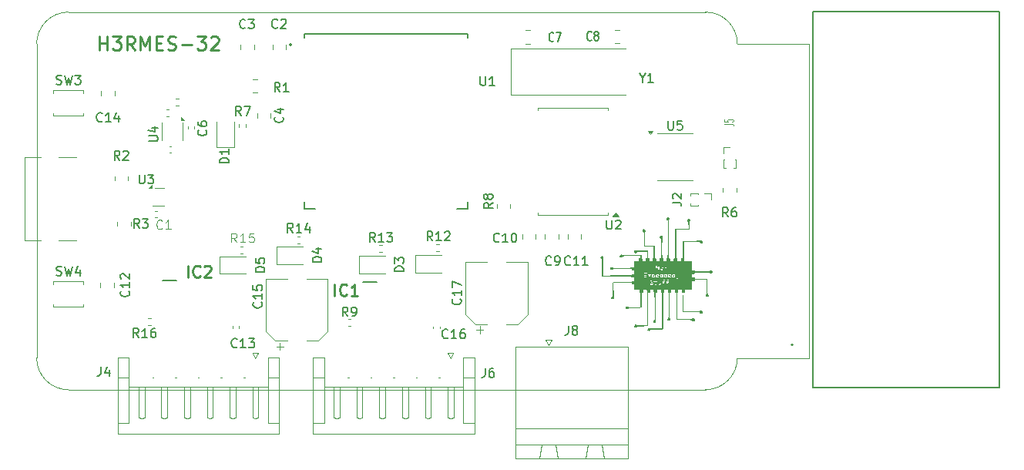
<source format=gbr>
%TF.GenerationSoftware,KiCad,Pcbnew,9.0.2-rc1-202504292220~4c561b3193~ubuntu24.04.1*%
%TF.CreationDate,2025-05-14T22:04:50-03:00*%
%TF.ProjectId,hardware,68617264-7761-4726-952e-6b696361645f,rev?*%
%TF.SameCoordinates,Original*%
%TF.FileFunction,Legend,Top*%
%TF.FilePolarity,Positive*%
%FSLAX46Y46*%
G04 Gerber Fmt 4.6, Leading zero omitted, Abs format (unit mm)*
G04 Created by KiCad (PCBNEW 9.0.2-rc1-202504292220~4c561b3193~ubuntu24.04.1) date 2025-05-14 22:04:50*
%MOMM*%
%LPD*%
G01*
G04 APERTURE LIST*
%ADD10C,0.250000*%
%ADD11C,0.254000*%
%ADD12C,0.150000*%
%ADD13C,0.125000*%
%ADD14C,0.160000*%
%ADD15C,0.100000*%
%ADD16C,0.200000*%
%ADD17C,0.120000*%
%ADD18C,0.127000*%
%ADD19C,0.000000*%
%TA.AperFunction,Profile*%
%ADD20C,0.050000*%
%TD*%
G04 APERTURE END LIST*
D10*
X53421615Y-42683428D02*
X53421615Y-41183428D01*
X53421615Y-41897714D02*
X54278758Y-41897714D01*
X54278758Y-42683428D02*
X54278758Y-41183428D01*
X54850187Y-41183428D02*
X55778759Y-41183428D01*
X55778759Y-41183428D02*
X55278759Y-41754857D01*
X55278759Y-41754857D02*
X55493044Y-41754857D01*
X55493044Y-41754857D02*
X55635902Y-41826285D01*
X55635902Y-41826285D02*
X55707330Y-41897714D01*
X55707330Y-41897714D02*
X55778759Y-42040571D01*
X55778759Y-42040571D02*
X55778759Y-42397714D01*
X55778759Y-42397714D02*
X55707330Y-42540571D01*
X55707330Y-42540571D02*
X55635902Y-42612000D01*
X55635902Y-42612000D02*
X55493044Y-42683428D01*
X55493044Y-42683428D02*
X55064473Y-42683428D01*
X55064473Y-42683428D02*
X54921616Y-42612000D01*
X54921616Y-42612000D02*
X54850187Y-42540571D01*
X57278758Y-42683428D02*
X56778758Y-41969142D01*
X56421615Y-42683428D02*
X56421615Y-41183428D01*
X56421615Y-41183428D02*
X56993044Y-41183428D01*
X56993044Y-41183428D02*
X57135901Y-41254857D01*
X57135901Y-41254857D02*
X57207330Y-41326285D01*
X57207330Y-41326285D02*
X57278758Y-41469142D01*
X57278758Y-41469142D02*
X57278758Y-41683428D01*
X57278758Y-41683428D02*
X57207330Y-41826285D01*
X57207330Y-41826285D02*
X57135901Y-41897714D01*
X57135901Y-41897714D02*
X56993044Y-41969142D01*
X56993044Y-41969142D02*
X56421615Y-41969142D01*
X57921615Y-42683428D02*
X57921615Y-41183428D01*
X57921615Y-41183428D02*
X58421615Y-42254857D01*
X58421615Y-42254857D02*
X58921615Y-41183428D01*
X58921615Y-41183428D02*
X58921615Y-42683428D01*
X59635901Y-41897714D02*
X60135901Y-41897714D01*
X60350187Y-42683428D02*
X59635901Y-42683428D01*
X59635901Y-42683428D02*
X59635901Y-41183428D01*
X59635901Y-41183428D02*
X60350187Y-41183428D01*
X60921616Y-42612000D02*
X61135902Y-42683428D01*
X61135902Y-42683428D02*
X61493044Y-42683428D01*
X61493044Y-42683428D02*
X61635902Y-42612000D01*
X61635902Y-42612000D02*
X61707330Y-42540571D01*
X61707330Y-42540571D02*
X61778759Y-42397714D01*
X61778759Y-42397714D02*
X61778759Y-42254857D01*
X61778759Y-42254857D02*
X61707330Y-42112000D01*
X61707330Y-42112000D02*
X61635902Y-42040571D01*
X61635902Y-42040571D02*
X61493044Y-41969142D01*
X61493044Y-41969142D02*
X61207330Y-41897714D01*
X61207330Y-41897714D02*
X61064473Y-41826285D01*
X61064473Y-41826285D02*
X60993044Y-41754857D01*
X60993044Y-41754857D02*
X60921616Y-41612000D01*
X60921616Y-41612000D02*
X60921616Y-41469142D01*
X60921616Y-41469142D02*
X60993044Y-41326285D01*
X60993044Y-41326285D02*
X61064473Y-41254857D01*
X61064473Y-41254857D02*
X61207330Y-41183428D01*
X61207330Y-41183428D02*
X61564473Y-41183428D01*
X61564473Y-41183428D02*
X61778759Y-41254857D01*
X62421615Y-42112000D02*
X63564473Y-42112000D01*
X64135901Y-41183428D02*
X65064473Y-41183428D01*
X65064473Y-41183428D02*
X64564473Y-41754857D01*
X64564473Y-41754857D02*
X64778758Y-41754857D01*
X64778758Y-41754857D02*
X64921616Y-41826285D01*
X64921616Y-41826285D02*
X64993044Y-41897714D01*
X64993044Y-41897714D02*
X65064473Y-42040571D01*
X65064473Y-42040571D02*
X65064473Y-42397714D01*
X65064473Y-42397714D02*
X64993044Y-42540571D01*
X64993044Y-42540571D02*
X64921616Y-42612000D01*
X64921616Y-42612000D02*
X64778758Y-42683428D01*
X64778758Y-42683428D02*
X64350187Y-42683428D01*
X64350187Y-42683428D02*
X64207330Y-42612000D01*
X64207330Y-42612000D02*
X64135901Y-42540571D01*
X65635901Y-41326285D02*
X65707329Y-41254857D01*
X65707329Y-41254857D02*
X65850187Y-41183428D01*
X65850187Y-41183428D02*
X66207329Y-41183428D01*
X66207329Y-41183428D02*
X66350187Y-41254857D01*
X66350187Y-41254857D02*
X66421615Y-41326285D01*
X66421615Y-41326285D02*
X66493044Y-41469142D01*
X66493044Y-41469142D02*
X66493044Y-41612000D01*
X66493044Y-41612000D02*
X66421615Y-41826285D01*
X66421615Y-41826285D02*
X65564472Y-42683428D01*
X65564472Y-42683428D02*
X66493044Y-42683428D01*
D11*
X63120237Y-67634318D02*
X63120237Y-66364318D01*
X64450714Y-67513365D02*
X64390238Y-67573842D01*
X64390238Y-67573842D02*
X64208809Y-67634318D01*
X64208809Y-67634318D02*
X64087857Y-67634318D01*
X64087857Y-67634318D02*
X63906428Y-67573842D01*
X63906428Y-67573842D02*
X63785476Y-67452889D01*
X63785476Y-67452889D02*
X63724999Y-67331937D01*
X63724999Y-67331937D02*
X63664523Y-67090032D01*
X63664523Y-67090032D02*
X63664523Y-66908603D01*
X63664523Y-66908603D02*
X63724999Y-66666699D01*
X63724999Y-66666699D02*
X63785476Y-66545746D01*
X63785476Y-66545746D02*
X63906428Y-66424794D01*
X63906428Y-66424794D02*
X64087857Y-66364318D01*
X64087857Y-66364318D02*
X64208809Y-66364318D01*
X64208809Y-66364318D02*
X64390238Y-66424794D01*
X64390238Y-66424794D02*
X64450714Y-66485270D01*
X64934523Y-66485270D02*
X64994999Y-66424794D01*
X64994999Y-66424794D02*
X65115952Y-66364318D01*
X65115952Y-66364318D02*
X65418333Y-66364318D01*
X65418333Y-66364318D02*
X65539285Y-66424794D01*
X65539285Y-66424794D02*
X65599761Y-66485270D01*
X65599761Y-66485270D02*
X65660238Y-66606222D01*
X65660238Y-66606222D02*
X65660238Y-66727175D01*
X65660238Y-66727175D02*
X65599761Y-66908603D01*
X65599761Y-66908603D02*
X64874047Y-67634318D01*
X64874047Y-67634318D02*
X65660238Y-67634318D01*
X79260237Y-69664318D02*
X79260237Y-68394318D01*
X80590714Y-69543365D02*
X80530238Y-69603842D01*
X80530238Y-69603842D02*
X80348809Y-69664318D01*
X80348809Y-69664318D02*
X80227857Y-69664318D01*
X80227857Y-69664318D02*
X80046428Y-69603842D01*
X80046428Y-69603842D02*
X79925476Y-69482889D01*
X79925476Y-69482889D02*
X79864999Y-69361937D01*
X79864999Y-69361937D02*
X79804523Y-69120032D01*
X79804523Y-69120032D02*
X79804523Y-68938603D01*
X79804523Y-68938603D02*
X79864999Y-68696699D01*
X79864999Y-68696699D02*
X79925476Y-68575746D01*
X79925476Y-68575746D02*
X80046428Y-68454794D01*
X80046428Y-68454794D02*
X80227857Y-68394318D01*
X80227857Y-68394318D02*
X80348809Y-68394318D01*
X80348809Y-68394318D02*
X80530238Y-68454794D01*
X80530238Y-68454794D02*
X80590714Y-68515270D01*
X81800238Y-69664318D02*
X81074523Y-69664318D01*
X81437380Y-69664318D02*
X81437380Y-68394318D01*
X81437380Y-68394318D02*
X81316428Y-68575746D01*
X81316428Y-68575746D02*
X81195476Y-68696699D01*
X81195476Y-68696699D02*
X81074523Y-68757175D01*
D12*
X93059580Y-70022857D02*
X93107200Y-70070476D01*
X93107200Y-70070476D02*
X93154819Y-70213333D01*
X93154819Y-70213333D02*
X93154819Y-70308571D01*
X93154819Y-70308571D02*
X93107200Y-70451428D01*
X93107200Y-70451428D02*
X93011961Y-70546666D01*
X93011961Y-70546666D02*
X92916723Y-70594285D01*
X92916723Y-70594285D02*
X92726247Y-70641904D01*
X92726247Y-70641904D02*
X92583390Y-70641904D01*
X92583390Y-70641904D02*
X92392914Y-70594285D01*
X92392914Y-70594285D02*
X92297676Y-70546666D01*
X92297676Y-70546666D02*
X92202438Y-70451428D01*
X92202438Y-70451428D02*
X92154819Y-70308571D01*
X92154819Y-70308571D02*
X92154819Y-70213333D01*
X92154819Y-70213333D02*
X92202438Y-70070476D01*
X92202438Y-70070476D02*
X92250057Y-70022857D01*
X93154819Y-69070476D02*
X93154819Y-69641904D01*
X93154819Y-69356190D02*
X92154819Y-69356190D01*
X92154819Y-69356190D02*
X92297676Y-69451428D01*
X92297676Y-69451428D02*
X92392914Y-69546666D01*
X92392914Y-69546666D02*
X92440533Y-69641904D01*
X92154819Y-68737142D02*
X92154819Y-68070476D01*
X92154819Y-68070476D02*
X93154819Y-68499047D01*
X71189580Y-70392857D02*
X71237200Y-70440476D01*
X71237200Y-70440476D02*
X71284819Y-70583333D01*
X71284819Y-70583333D02*
X71284819Y-70678571D01*
X71284819Y-70678571D02*
X71237200Y-70821428D01*
X71237200Y-70821428D02*
X71141961Y-70916666D01*
X71141961Y-70916666D02*
X71046723Y-70964285D01*
X71046723Y-70964285D02*
X70856247Y-71011904D01*
X70856247Y-71011904D02*
X70713390Y-71011904D01*
X70713390Y-71011904D02*
X70522914Y-70964285D01*
X70522914Y-70964285D02*
X70427676Y-70916666D01*
X70427676Y-70916666D02*
X70332438Y-70821428D01*
X70332438Y-70821428D02*
X70284819Y-70678571D01*
X70284819Y-70678571D02*
X70284819Y-70583333D01*
X70284819Y-70583333D02*
X70332438Y-70440476D01*
X70332438Y-70440476D02*
X70380057Y-70392857D01*
X71284819Y-69440476D02*
X71284819Y-70011904D01*
X71284819Y-69726190D02*
X70284819Y-69726190D01*
X70284819Y-69726190D02*
X70427676Y-69821428D01*
X70427676Y-69821428D02*
X70522914Y-69916666D01*
X70522914Y-69916666D02*
X70570533Y-70011904D01*
X70284819Y-68535714D02*
X70284819Y-69011904D01*
X70284819Y-69011904D02*
X70761009Y-69059523D01*
X70761009Y-69059523D02*
X70713390Y-69011904D01*
X70713390Y-69011904D02*
X70665771Y-68916666D01*
X70665771Y-68916666D02*
X70665771Y-68678571D01*
X70665771Y-68678571D02*
X70713390Y-68583333D01*
X70713390Y-68583333D02*
X70761009Y-68535714D01*
X70761009Y-68535714D02*
X70856247Y-68488095D01*
X70856247Y-68488095D02*
X71094342Y-68488095D01*
X71094342Y-68488095D02*
X71189580Y-68535714D01*
X71189580Y-68535714D02*
X71237200Y-68583333D01*
X71237200Y-68583333D02*
X71284819Y-68678571D01*
X71284819Y-68678571D02*
X71284819Y-68916666D01*
X71284819Y-68916666D02*
X71237200Y-69011904D01*
X71237200Y-69011904D02*
X71189580Y-69059523D01*
X55633333Y-54754819D02*
X55300000Y-54278628D01*
X55061905Y-54754819D02*
X55061905Y-53754819D01*
X55061905Y-53754819D02*
X55442857Y-53754819D01*
X55442857Y-53754819D02*
X55538095Y-53802438D01*
X55538095Y-53802438D02*
X55585714Y-53850057D01*
X55585714Y-53850057D02*
X55633333Y-53945295D01*
X55633333Y-53945295D02*
X55633333Y-54088152D01*
X55633333Y-54088152D02*
X55585714Y-54183390D01*
X55585714Y-54183390D02*
X55538095Y-54231009D01*
X55538095Y-54231009D02*
X55442857Y-54278628D01*
X55442857Y-54278628D02*
X55061905Y-54278628D01*
X56014286Y-53850057D02*
X56061905Y-53802438D01*
X56061905Y-53802438D02*
X56157143Y-53754819D01*
X56157143Y-53754819D02*
X56395238Y-53754819D01*
X56395238Y-53754819D02*
X56490476Y-53802438D01*
X56490476Y-53802438D02*
X56538095Y-53850057D01*
X56538095Y-53850057D02*
X56585714Y-53945295D01*
X56585714Y-53945295D02*
X56585714Y-54040533D01*
X56585714Y-54040533D02*
X56538095Y-54183390D01*
X56538095Y-54183390D02*
X55966667Y-54754819D01*
X55966667Y-54754819D02*
X56585714Y-54754819D01*
X109138095Y-61354819D02*
X109138095Y-62164342D01*
X109138095Y-62164342D02*
X109185714Y-62259580D01*
X109185714Y-62259580D02*
X109233333Y-62307200D01*
X109233333Y-62307200D02*
X109328571Y-62354819D01*
X109328571Y-62354819D02*
X109519047Y-62354819D01*
X109519047Y-62354819D02*
X109614285Y-62307200D01*
X109614285Y-62307200D02*
X109661904Y-62259580D01*
X109661904Y-62259580D02*
X109709523Y-62164342D01*
X109709523Y-62164342D02*
X109709523Y-61354819D01*
X110138095Y-61450057D02*
X110185714Y-61402438D01*
X110185714Y-61402438D02*
X110280952Y-61354819D01*
X110280952Y-61354819D02*
X110519047Y-61354819D01*
X110519047Y-61354819D02*
X110614285Y-61402438D01*
X110614285Y-61402438D02*
X110661904Y-61450057D01*
X110661904Y-61450057D02*
X110709523Y-61545295D01*
X110709523Y-61545295D02*
X110709523Y-61640533D01*
X110709523Y-61640533D02*
X110661904Y-61783390D01*
X110661904Y-61783390D02*
X110090476Y-62354819D01*
X110090476Y-62354819D02*
X110709523Y-62354819D01*
X105147142Y-66229580D02*
X105099523Y-66277200D01*
X105099523Y-66277200D02*
X104956666Y-66324819D01*
X104956666Y-66324819D02*
X104861428Y-66324819D01*
X104861428Y-66324819D02*
X104718571Y-66277200D01*
X104718571Y-66277200D02*
X104623333Y-66181961D01*
X104623333Y-66181961D02*
X104575714Y-66086723D01*
X104575714Y-66086723D02*
X104528095Y-65896247D01*
X104528095Y-65896247D02*
X104528095Y-65753390D01*
X104528095Y-65753390D02*
X104575714Y-65562914D01*
X104575714Y-65562914D02*
X104623333Y-65467676D01*
X104623333Y-65467676D02*
X104718571Y-65372438D01*
X104718571Y-65372438D02*
X104861428Y-65324819D01*
X104861428Y-65324819D02*
X104956666Y-65324819D01*
X104956666Y-65324819D02*
X105099523Y-65372438D01*
X105099523Y-65372438D02*
X105147142Y-65420057D01*
X106099523Y-66324819D02*
X105528095Y-66324819D01*
X105813809Y-66324819D02*
X105813809Y-65324819D01*
X105813809Y-65324819D02*
X105718571Y-65467676D01*
X105718571Y-65467676D02*
X105623333Y-65562914D01*
X105623333Y-65562914D02*
X105528095Y-65610533D01*
X107051904Y-66324819D02*
X106480476Y-66324819D01*
X106766190Y-66324819D02*
X106766190Y-65324819D01*
X106766190Y-65324819D02*
X106670952Y-65467676D01*
X106670952Y-65467676D02*
X106575714Y-65562914D01*
X106575714Y-65562914D02*
X106480476Y-65610533D01*
X56609580Y-69152857D02*
X56657200Y-69200476D01*
X56657200Y-69200476D02*
X56704819Y-69343333D01*
X56704819Y-69343333D02*
X56704819Y-69438571D01*
X56704819Y-69438571D02*
X56657200Y-69581428D01*
X56657200Y-69581428D02*
X56561961Y-69676666D01*
X56561961Y-69676666D02*
X56466723Y-69724285D01*
X56466723Y-69724285D02*
X56276247Y-69771904D01*
X56276247Y-69771904D02*
X56133390Y-69771904D01*
X56133390Y-69771904D02*
X55942914Y-69724285D01*
X55942914Y-69724285D02*
X55847676Y-69676666D01*
X55847676Y-69676666D02*
X55752438Y-69581428D01*
X55752438Y-69581428D02*
X55704819Y-69438571D01*
X55704819Y-69438571D02*
X55704819Y-69343333D01*
X55704819Y-69343333D02*
X55752438Y-69200476D01*
X55752438Y-69200476D02*
X55800057Y-69152857D01*
X56704819Y-68200476D02*
X56704819Y-68771904D01*
X56704819Y-68486190D02*
X55704819Y-68486190D01*
X55704819Y-68486190D02*
X55847676Y-68581428D01*
X55847676Y-68581428D02*
X55942914Y-68676666D01*
X55942914Y-68676666D02*
X55990533Y-68771904D01*
X55800057Y-67819523D02*
X55752438Y-67771904D01*
X55752438Y-67771904D02*
X55704819Y-67676666D01*
X55704819Y-67676666D02*
X55704819Y-67438571D01*
X55704819Y-67438571D02*
X55752438Y-67343333D01*
X55752438Y-67343333D02*
X55800057Y-67295714D01*
X55800057Y-67295714D02*
X55895295Y-67248095D01*
X55895295Y-67248095D02*
X55990533Y-67248095D01*
X55990533Y-67248095D02*
X56133390Y-67295714D01*
X56133390Y-67295714D02*
X56704819Y-67867142D01*
X56704819Y-67867142D02*
X56704819Y-67248095D01*
X57707142Y-74264819D02*
X57373809Y-73788628D01*
X57135714Y-74264819D02*
X57135714Y-73264819D01*
X57135714Y-73264819D02*
X57516666Y-73264819D01*
X57516666Y-73264819D02*
X57611904Y-73312438D01*
X57611904Y-73312438D02*
X57659523Y-73360057D01*
X57659523Y-73360057D02*
X57707142Y-73455295D01*
X57707142Y-73455295D02*
X57707142Y-73598152D01*
X57707142Y-73598152D02*
X57659523Y-73693390D01*
X57659523Y-73693390D02*
X57611904Y-73741009D01*
X57611904Y-73741009D02*
X57516666Y-73788628D01*
X57516666Y-73788628D02*
X57135714Y-73788628D01*
X58659523Y-74264819D02*
X58088095Y-74264819D01*
X58373809Y-74264819D02*
X58373809Y-73264819D01*
X58373809Y-73264819D02*
X58278571Y-73407676D01*
X58278571Y-73407676D02*
X58183333Y-73502914D01*
X58183333Y-73502914D02*
X58088095Y-73550533D01*
X59516666Y-73264819D02*
X59326190Y-73264819D01*
X59326190Y-73264819D02*
X59230952Y-73312438D01*
X59230952Y-73312438D02*
X59183333Y-73360057D01*
X59183333Y-73360057D02*
X59088095Y-73502914D01*
X59088095Y-73502914D02*
X59040476Y-73693390D01*
X59040476Y-73693390D02*
X59040476Y-74074342D01*
X59040476Y-74074342D02*
X59088095Y-74169580D01*
X59088095Y-74169580D02*
X59135714Y-74217200D01*
X59135714Y-74217200D02*
X59230952Y-74264819D01*
X59230952Y-74264819D02*
X59421428Y-74264819D01*
X59421428Y-74264819D02*
X59516666Y-74217200D01*
X59516666Y-74217200D02*
X59564285Y-74169580D01*
X59564285Y-74169580D02*
X59611904Y-74074342D01*
X59611904Y-74074342D02*
X59611904Y-73836247D01*
X59611904Y-73836247D02*
X59564285Y-73741009D01*
X59564285Y-73741009D02*
X59516666Y-73693390D01*
X59516666Y-73693390D02*
X59421428Y-73645771D01*
X59421428Y-73645771D02*
X59230952Y-73645771D01*
X59230952Y-73645771D02*
X59135714Y-73693390D01*
X59135714Y-73693390D02*
X59088095Y-73741009D01*
X59088095Y-73741009D02*
X59040476Y-73836247D01*
X69423333Y-40209580D02*
X69375714Y-40257200D01*
X69375714Y-40257200D02*
X69232857Y-40304819D01*
X69232857Y-40304819D02*
X69137619Y-40304819D01*
X69137619Y-40304819D02*
X68994762Y-40257200D01*
X68994762Y-40257200D02*
X68899524Y-40161961D01*
X68899524Y-40161961D02*
X68851905Y-40066723D01*
X68851905Y-40066723D02*
X68804286Y-39876247D01*
X68804286Y-39876247D02*
X68804286Y-39733390D01*
X68804286Y-39733390D02*
X68851905Y-39542914D01*
X68851905Y-39542914D02*
X68899524Y-39447676D01*
X68899524Y-39447676D02*
X68994762Y-39352438D01*
X68994762Y-39352438D02*
X69137619Y-39304819D01*
X69137619Y-39304819D02*
X69232857Y-39304819D01*
X69232857Y-39304819D02*
X69375714Y-39352438D01*
X69375714Y-39352438D02*
X69423333Y-39400057D01*
X69756667Y-39304819D02*
X70375714Y-39304819D01*
X70375714Y-39304819D02*
X70042381Y-39685771D01*
X70042381Y-39685771D02*
X70185238Y-39685771D01*
X70185238Y-39685771D02*
X70280476Y-39733390D01*
X70280476Y-39733390D02*
X70328095Y-39781009D01*
X70328095Y-39781009D02*
X70375714Y-39876247D01*
X70375714Y-39876247D02*
X70375714Y-40114342D01*
X70375714Y-40114342D02*
X70328095Y-40209580D01*
X70328095Y-40209580D02*
X70280476Y-40257200D01*
X70280476Y-40257200D02*
X70185238Y-40304819D01*
X70185238Y-40304819D02*
X69899524Y-40304819D01*
X69899524Y-40304819D02*
X69804286Y-40257200D01*
X69804286Y-40257200D02*
X69756667Y-40209580D01*
X72973333Y-40179580D02*
X72925714Y-40227200D01*
X72925714Y-40227200D02*
X72782857Y-40274819D01*
X72782857Y-40274819D02*
X72687619Y-40274819D01*
X72687619Y-40274819D02*
X72544762Y-40227200D01*
X72544762Y-40227200D02*
X72449524Y-40131961D01*
X72449524Y-40131961D02*
X72401905Y-40036723D01*
X72401905Y-40036723D02*
X72354286Y-39846247D01*
X72354286Y-39846247D02*
X72354286Y-39703390D01*
X72354286Y-39703390D02*
X72401905Y-39512914D01*
X72401905Y-39512914D02*
X72449524Y-39417676D01*
X72449524Y-39417676D02*
X72544762Y-39322438D01*
X72544762Y-39322438D02*
X72687619Y-39274819D01*
X72687619Y-39274819D02*
X72782857Y-39274819D01*
X72782857Y-39274819D02*
X72925714Y-39322438D01*
X72925714Y-39322438D02*
X72973333Y-39370057D01*
X73354286Y-39370057D02*
X73401905Y-39322438D01*
X73401905Y-39322438D02*
X73497143Y-39274819D01*
X73497143Y-39274819D02*
X73735238Y-39274819D01*
X73735238Y-39274819D02*
X73830476Y-39322438D01*
X73830476Y-39322438D02*
X73878095Y-39370057D01*
X73878095Y-39370057D02*
X73925714Y-39465295D01*
X73925714Y-39465295D02*
X73925714Y-39560533D01*
X73925714Y-39560533D02*
X73878095Y-39703390D01*
X73878095Y-39703390D02*
X73306667Y-40274819D01*
X73306667Y-40274819D02*
X73925714Y-40274819D01*
D13*
X68487142Y-63801119D02*
X68153809Y-63324928D01*
X67915714Y-63801119D02*
X67915714Y-62801119D01*
X67915714Y-62801119D02*
X68296666Y-62801119D01*
X68296666Y-62801119D02*
X68391904Y-62848738D01*
X68391904Y-62848738D02*
X68439523Y-62896357D01*
X68439523Y-62896357D02*
X68487142Y-62991595D01*
X68487142Y-62991595D02*
X68487142Y-63134452D01*
X68487142Y-63134452D02*
X68439523Y-63229690D01*
X68439523Y-63229690D02*
X68391904Y-63277309D01*
X68391904Y-63277309D02*
X68296666Y-63324928D01*
X68296666Y-63324928D02*
X67915714Y-63324928D01*
X69439523Y-63801119D02*
X68868095Y-63801119D01*
X69153809Y-63801119D02*
X69153809Y-62801119D01*
X69153809Y-62801119D02*
X69058571Y-62943976D01*
X69058571Y-62943976D02*
X68963333Y-63039214D01*
X68963333Y-63039214D02*
X68868095Y-63086833D01*
X70344285Y-62801119D02*
X69868095Y-62801119D01*
X69868095Y-62801119D02*
X69820476Y-63277309D01*
X69820476Y-63277309D02*
X69868095Y-63229690D01*
X69868095Y-63229690D02*
X69963333Y-63182071D01*
X69963333Y-63182071D02*
X70201428Y-63182071D01*
X70201428Y-63182071D02*
X70296666Y-63229690D01*
X70296666Y-63229690D02*
X70344285Y-63277309D01*
X70344285Y-63277309D02*
X70391904Y-63372547D01*
X70391904Y-63372547D02*
X70391904Y-63610642D01*
X70391904Y-63610642D02*
X70344285Y-63705880D01*
X70344285Y-63705880D02*
X70296666Y-63753500D01*
X70296666Y-63753500D02*
X70201428Y-63801119D01*
X70201428Y-63801119D02*
X69963333Y-63801119D01*
X69963333Y-63801119D02*
X69868095Y-63753500D01*
X69868095Y-63753500D02*
X69820476Y-63705880D01*
D12*
X77814819Y-65958094D02*
X76814819Y-65958094D01*
X76814819Y-65958094D02*
X76814819Y-65719999D01*
X76814819Y-65719999D02*
X76862438Y-65577142D01*
X76862438Y-65577142D02*
X76957676Y-65481904D01*
X76957676Y-65481904D02*
X77052914Y-65434285D01*
X77052914Y-65434285D02*
X77243390Y-65386666D01*
X77243390Y-65386666D02*
X77386247Y-65386666D01*
X77386247Y-65386666D02*
X77576723Y-65434285D01*
X77576723Y-65434285D02*
X77671961Y-65481904D01*
X77671961Y-65481904D02*
X77767200Y-65577142D01*
X77767200Y-65577142D02*
X77814819Y-65719999D01*
X77814819Y-65719999D02*
X77814819Y-65958094D01*
X77148152Y-64529523D02*
X77814819Y-64529523D01*
X76767200Y-64767618D02*
X77481485Y-65005713D01*
X77481485Y-65005713D02*
X77481485Y-64386666D01*
X83697142Y-63754819D02*
X83363809Y-63278628D01*
X83125714Y-63754819D02*
X83125714Y-62754819D01*
X83125714Y-62754819D02*
X83506666Y-62754819D01*
X83506666Y-62754819D02*
X83601904Y-62802438D01*
X83601904Y-62802438D02*
X83649523Y-62850057D01*
X83649523Y-62850057D02*
X83697142Y-62945295D01*
X83697142Y-62945295D02*
X83697142Y-63088152D01*
X83697142Y-63088152D02*
X83649523Y-63183390D01*
X83649523Y-63183390D02*
X83601904Y-63231009D01*
X83601904Y-63231009D02*
X83506666Y-63278628D01*
X83506666Y-63278628D02*
X83125714Y-63278628D01*
X84649523Y-63754819D02*
X84078095Y-63754819D01*
X84363809Y-63754819D02*
X84363809Y-62754819D01*
X84363809Y-62754819D02*
X84268571Y-62897676D01*
X84268571Y-62897676D02*
X84173333Y-62992914D01*
X84173333Y-62992914D02*
X84078095Y-63040533D01*
X84982857Y-62754819D02*
X85601904Y-62754819D01*
X85601904Y-62754819D02*
X85268571Y-63135771D01*
X85268571Y-63135771D02*
X85411428Y-63135771D01*
X85411428Y-63135771D02*
X85506666Y-63183390D01*
X85506666Y-63183390D02*
X85554285Y-63231009D01*
X85554285Y-63231009D02*
X85601904Y-63326247D01*
X85601904Y-63326247D02*
X85601904Y-63564342D01*
X85601904Y-63564342D02*
X85554285Y-63659580D01*
X85554285Y-63659580D02*
X85506666Y-63707200D01*
X85506666Y-63707200D02*
X85411428Y-63754819D01*
X85411428Y-63754819D02*
X85125714Y-63754819D01*
X85125714Y-63754819D02*
X85030476Y-63707200D01*
X85030476Y-63707200D02*
X84982857Y-63659580D01*
X68963333Y-49844819D02*
X68630000Y-49368628D01*
X68391905Y-49844819D02*
X68391905Y-48844819D01*
X68391905Y-48844819D02*
X68772857Y-48844819D01*
X68772857Y-48844819D02*
X68868095Y-48892438D01*
X68868095Y-48892438D02*
X68915714Y-48940057D01*
X68915714Y-48940057D02*
X68963333Y-49035295D01*
X68963333Y-49035295D02*
X68963333Y-49178152D01*
X68963333Y-49178152D02*
X68915714Y-49273390D01*
X68915714Y-49273390D02*
X68868095Y-49321009D01*
X68868095Y-49321009D02*
X68772857Y-49368628D01*
X68772857Y-49368628D02*
X68391905Y-49368628D01*
X69296667Y-48844819D02*
X69963333Y-48844819D01*
X69963333Y-48844819D02*
X69534762Y-49844819D01*
X53556666Y-77487319D02*
X53556666Y-78201604D01*
X53556666Y-78201604D02*
X53509047Y-78344461D01*
X53509047Y-78344461D02*
X53413809Y-78439700D01*
X53413809Y-78439700D02*
X53270952Y-78487319D01*
X53270952Y-78487319D02*
X53175714Y-78487319D01*
X54461428Y-77820652D02*
X54461428Y-78487319D01*
X54223333Y-77439700D02*
X53985238Y-78153985D01*
X53985238Y-78153985D02*
X54604285Y-78153985D01*
X58814819Y-52691904D02*
X59624342Y-52691904D01*
X59624342Y-52691904D02*
X59719580Y-52644285D01*
X59719580Y-52644285D02*
X59767200Y-52596666D01*
X59767200Y-52596666D02*
X59814819Y-52501428D01*
X59814819Y-52501428D02*
X59814819Y-52310952D01*
X59814819Y-52310952D02*
X59767200Y-52215714D01*
X59767200Y-52215714D02*
X59719580Y-52168095D01*
X59719580Y-52168095D02*
X59624342Y-52120476D01*
X59624342Y-52120476D02*
X58814819Y-52120476D01*
X59148152Y-51215714D02*
X59814819Y-51215714D01*
X58767200Y-51453809D02*
X59481485Y-51691904D01*
X59481485Y-51691904D02*
X59481485Y-51072857D01*
D14*
X103296667Y-41659060D02*
X103258571Y-41706680D01*
X103258571Y-41706680D02*
X103144286Y-41754299D01*
X103144286Y-41754299D02*
X103068095Y-41754299D01*
X103068095Y-41754299D02*
X102953809Y-41706680D01*
X102953809Y-41706680D02*
X102877619Y-41611441D01*
X102877619Y-41611441D02*
X102839524Y-41516203D01*
X102839524Y-41516203D02*
X102801428Y-41325727D01*
X102801428Y-41325727D02*
X102801428Y-41182870D01*
X102801428Y-41182870D02*
X102839524Y-40992394D01*
X102839524Y-40992394D02*
X102877619Y-40897156D01*
X102877619Y-40897156D02*
X102953809Y-40801918D01*
X102953809Y-40801918D02*
X103068095Y-40754299D01*
X103068095Y-40754299D02*
X103144286Y-40754299D01*
X103144286Y-40754299D02*
X103258571Y-40801918D01*
X103258571Y-40801918D02*
X103296667Y-40849537D01*
X103563333Y-40754299D02*
X104096667Y-40754299D01*
X104096667Y-40754299D02*
X103753809Y-41754299D01*
D12*
X65109580Y-51446666D02*
X65157200Y-51494285D01*
X65157200Y-51494285D02*
X65204819Y-51637142D01*
X65204819Y-51637142D02*
X65204819Y-51732380D01*
X65204819Y-51732380D02*
X65157200Y-51875237D01*
X65157200Y-51875237D02*
X65061961Y-51970475D01*
X65061961Y-51970475D02*
X64966723Y-52018094D01*
X64966723Y-52018094D02*
X64776247Y-52065713D01*
X64776247Y-52065713D02*
X64633390Y-52065713D01*
X64633390Y-52065713D02*
X64442914Y-52018094D01*
X64442914Y-52018094D02*
X64347676Y-51970475D01*
X64347676Y-51970475D02*
X64252438Y-51875237D01*
X64252438Y-51875237D02*
X64204819Y-51732380D01*
X64204819Y-51732380D02*
X64204819Y-51637142D01*
X64204819Y-51637142D02*
X64252438Y-51494285D01*
X64252438Y-51494285D02*
X64300057Y-51446666D01*
X64204819Y-50589523D02*
X64204819Y-50779999D01*
X64204819Y-50779999D02*
X64252438Y-50875237D01*
X64252438Y-50875237D02*
X64300057Y-50922856D01*
X64300057Y-50922856D02*
X64442914Y-51018094D01*
X64442914Y-51018094D02*
X64633390Y-51065713D01*
X64633390Y-51065713D02*
X65014342Y-51065713D01*
X65014342Y-51065713D02*
X65109580Y-51018094D01*
X65109580Y-51018094D02*
X65157200Y-50970475D01*
X65157200Y-50970475D02*
X65204819Y-50875237D01*
X65204819Y-50875237D02*
X65204819Y-50684761D01*
X65204819Y-50684761D02*
X65157200Y-50589523D01*
X65157200Y-50589523D02*
X65109580Y-50541904D01*
X65109580Y-50541904D02*
X65014342Y-50494285D01*
X65014342Y-50494285D02*
X64776247Y-50494285D01*
X64776247Y-50494285D02*
X64681009Y-50541904D01*
X64681009Y-50541904D02*
X64633390Y-50589523D01*
X64633390Y-50589523D02*
X64585771Y-50684761D01*
X64585771Y-50684761D02*
X64585771Y-50875237D01*
X64585771Y-50875237D02*
X64633390Y-50970475D01*
X64633390Y-50970475D02*
X64681009Y-51018094D01*
X64681009Y-51018094D02*
X64776247Y-51065713D01*
X67604819Y-55068094D02*
X66604819Y-55068094D01*
X66604819Y-55068094D02*
X66604819Y-54829999D01*
X66604819Y-54829999D02*
X66652438Y-54687142D01*
X66652438Y-54687142D02*
X66747676Y-54591904D01*
X66747676Y-54591904D02*
X66842914Y-54544285D01*
X66842914Y-54544285D02*
X67033390Y-54496666D01*
X67033390Y-54496666D02*
X67176247Y-54496666D01*
X67176247Y-54496666D02*
X67366723Y-54544285D01*
X67366723Y-54544285D02*
X67461961Y-54591904D01*
X67461961Y-54591904D02*
X67557200Y-54687142D01*
X67557200Y-54687142D02*
X67604819Y-54829999D01*
X67604819Y-54829999D02*
X67604819Y-55068094D01*
X67604819Y-53544285D02*
X67604819Y-54115713D01*
X67604819Y-53829999D02*
X66604819Y-53829999D01*
X66604819Y-53829999D02*
X66747676Y-53925237D01*
X66747676Y-53925237D02*
X66842914Y-54020475D01*
X66842914Y-54020475D02*
X66890533Y-54115713D01*
X48666667Y-46407200D02*
X48809524Y-46454819D01*
X48809524Y-46454819D02*
X49047619Y-46454819D01*
X49047619Y-46454819D02*
X49142857Y-46407200D01*
X49142857Y-46407200D02*
X49190476Y-46359580D01*
X49190476Y-46359580D02*
X49238095Y-46264342D01*
X49238095Y-46264342D02*
X49238095Y-46169104D01*
X49238095Y-46169104D02*
X49190476Y-46073866D01*
X49190476Y-46073866D02*
X49142857Y-46026247D01*
X49142857Y-46026247D02*
X49047619Y-45978628D01*
X49047619Y-45978628D02*
X48857143Y-45931009D01*
X48857143Y-45931009D02*
X48761905Y-45883390D01*
X48761905Y-45883390D02*
X48714286Y-45835771D01*
X48714286Y-45835771D02*
X48666667Y-45740533D01*
X48666667Y-45740533D02*
X48666667Y-45645295D01*
X48666667Y-45645295D02*
X48714286Y-45550057D01*
X48714286Y-45550057D02*
X48761905Y-45502438D01*
X48761905Y-45502438D02*
X48857143Y-45454819D01*
X48857143Y-45454819D02*
X49095238Y-45454819D01*
X49095238Y-45454819D02*
X49238095Y-45502438D01*
X49571429Y-45454819D02*
X49809524Y-46454819D01*
X49809524Y-46454819D02*
X50000000Y-45740533D01*
X50000000Y-45740533D02*
X50190476Y-46454819D01*
X50190476Y-46454819D02*
X50428572Y-45454819D01*
X50714286Y-45454819D02*
X51333333Y-45454819D01*
X51333333Y-45454819D02*
X51000000Y-45835771D01*
X51000000Y-45835771D02*
X51142857Y-45835771D01*
X51142857Y-45835771D02*
X51238095Y-45883390D01*
X51238095Y-45883390D02*
X51285714Y-45931009D01*
X51285714Y-45931009D02*
X51333333Y-46026247D01*
X51333333Y-46026247D02*
X51333333Y-46264342D01*
X51333333Y-46264342D02*
X51285714Y-46359580D01*
X51285714Y-46359580D02*
X51238095Y-46407200D01*
X51238095Y-46407200D02*
X51142857Y-46454819D01*
X51142857Y-46454819D02*
X50857143Y-46454819D01*
X50857143Y-46454819D02*
X50761905Y-46407200D01*
X50761905Y-46407200D02*
X50714286Y-46359580D01*
X97327142Y-63699580D02*
X97279523Y-63747200D01*
X97279523Y-63747200D02*
X97136666Y-63794819D01*
X97136666Y-63794819D02*
X97041428Y-63794819D01*
X97041428Y-63794819D02*
X96898571Y-63747200D01*
X96898571Y-63747200D02*
X96803333Y-63651961D01*
X96803333Y-63651961D02*
X96755714Y-63556723D01*
X96755714Y-63556723D02*
X96708095Y-63366247D01*
X96708095Y-63366247D02*
X96708095Y-63223390D01*
X96708095Y-63223390D02*
X96755714Y-63032914D01*
X96755714Y-63032914D02*
X96803333Y-62937676D01*
X96803333Y-62937676D02*
X96898571Y-62842438D01*
X96898571Y-62842438D02*
X97041428Y-62794819D01*
X97041428Y-62794819D02*
X97136666Y-62794819D01*
X97136666Y-62794819D02*
X97279523Y-62842438D01*
X97279523Y-62842438D02*
X97327142Y-62890057D01*
X98279523Y-63794819D02*
X97708095Y-63794819D01*
X97993809Y-63794819D02*
X97993809Y-62794819D01*
X97993809Y-62794819D02*
X97898571Y-62937676D01*
X97898571Y-62937676D02*
X97803333Y-63032914D01*
X97803333Y-63032914D02*
X97708095Y-63080533D01*
X98898571Y-62794819D02*
X98993809Y-62794819D01*
X98993809Y-62794819D02*
X99089047Y-62842438D01*
X99089047Y-62842438D02*
X99136666Y-62890057D01*
X99136666Y-62890057D02*
X99184285Y-62985295D01*
X99184285Y-62985295D02*
X99231904Y-63175771D01*
X99231904Y-63175771D02*
X99231904Y-63413866D01*
X99231904Y-63413866D02*
X99184285Y-63604342D01*
X99184285Y-63604342D02*
X99136666Y-63699580D01*
X99136666Y-63699580D02*
X99089047Y-63747200D01*
X99089047Y-63747200D02*
X98993809Y-63794819D01*
X98993809Y-63794819D02*
X98898571Y-63794819D01*
X98898571Y-63794819D02*
X98803333Y-63747200D01*
X98803333Y-63747200D02*
X98755714Y-63699580D01*
X98755714Y-63699580D02*
X98708095Y-63604342D01*
X98708095Y-63604342D02*
X98660476Y-63413866D01*
X98660476Y-63413866D02*
X98660476Y-63175771D01*
X98660476Y-63175771D02*
X98708095Y-62985295D01*
X98708095Y-62985295D02*
X98755714Y-62890057D01*
X98755714Y-62890057D02*
X98803333Y-62842438D01*
X98803333Y-62842438D02*
X98898571Y-62794819D01*
X73539580Y-50016666D02*
X73587200Y-50064285D01*
X73587200Y-50064285D02*
X73634819Y-50207142D01*
X73634819Y-50207142D02*
X73634819Y-50302380D01*
X73634819Y-50302380D02*
X73587200Y-50445237D01*
X73587200Y-50445237D02*
X73491961Y-50540475D01*
X73491961Y-50540475D02*
X73396723Y-50588094D01*
X73396723Y-50588094D02*
X73206247Y-50635713D01*
X73206247Y-50635713D02*
X73063390Y-50635713D01*
X73063390Y-50635713D02*
X72872914Y-50588094D01*
X72872914Y-50588094D02*
X72777676Y-50540475D01*
X72777676Y-50540475D02*
X72682438Y-50445237D01*
X72682438Y-50445237D02*
X72634819Y-50302380D01*
X72634819Y-50302380D02*
X72634819Y-50207142D01*
X72634819Y-50207142D02*
X72682438Y-50064285D01*
X72682438Y-50064285D02*
X72730057Y-50016666D01*
X72968152Y-49159523D02*
X73634819Y-49159523D01*
X72587200Y-49397618D02*
X73301485Y-49635713D01*
X73301485Y-49635713D02*
X73301485Y-49016666D01*
D14*
X107456667Y-41539060D02*
X107418571Y-41586680D01*
X107418571Y-41586680D02*
X107304286Y-41634299D01*
X107304286Y-41634299D02*
X107228095Y-41634299D01*
X107228095Y-41634299D02*
X107113809Y-41586680D01*
X107113809Y-41586680D02*
X107037619Y-41491441D01*
X107037619Y-41491441D02*
X106999524Y-41396203D01*
X106999524Y-41396203D02*
X106961428Y-41205727D01*
X106961428Y-41205727D02*
X106961428Y-41062870D01*
X106961428Y-41062870D02*
X106999524Y-40872394D01*
X106999524Y-40872394D02*
X107037619Y-40777156D01*
X107037619Y-40777156D02*
X107113809Y-40681918D01*
X107113809Y-40681918D02*
X107228095Y-40634299D01*
X107228095Y-40634299D02*
X107304286Y-40634299D01*
X107304286Y-40634299D02*
X107418571Y-40681918D01*
X107418571Y-40681918D02*
X107456667Y-40729537D01*
X107913809Y-41062870D02*
X107837619Y-41015251D01*
X107837619Y-41015251D02*
X107799524Y-40967632D01*
X107799524Y-40967632D02*
X107761428Y-40872394D01*
X107761428Y-40872394D02*
X107761428Y-40824775D01*
X107761428Y-40824775D02*
X107799524Y-40729537D01*
X107799524Y-40729537D02*
X107837619Y-40681918D01*
X107837619Y-40681918D02*
X107913809Y-40634299D01*
X107913809Y-40634299D02*
X108066190Y-40634299D01*
X108066190Y-40634299D02*
X108142381Y-40681918D01*
X108142381Y-40681918D02*
X108180476Y-40729537D01*
X108180476Y-40729537D02*
X108218571Y-40824775D01*
X108218571Y-40824775D02*
X108218571Y-40872394D01*
X108218571Y-40872394D02*
X108180476Y-40967632D01*
X108180476Y-40967632D02*
X108142381Y-41015251D01*
X108142381Y-41015251D02*
X108066190Y-41062870D01*
X108066190Y-41062870D02*
X107913809Y-41062870D01*
X107913809Y-41062870D02*
X107837619Y-41110489D01*
X107837619Y-41110489D02*
X107799524Y-41158108D01*
X107799524Y-41158108D02*
X107761428Y-41253346D01*
X107761428Y-41253346D02*
X107761428Y-41443822D01*
X107761428Y-41443822D02*
X107799524Y-41539060D01*
X107799524Y-41539060D02*
X107837619Y-41586680D01*
X107837619Y-41586680D02*
X107913809Y-41634299D01*
X107913809Y-41634299D02*
X108066190Y-41634299D01*
X108066190Y-41634299D02*
X108142381Y-41586680D01*
X108142381Y-41586680D02*
X108180476Y-41539060D01*
X108180476Y-41539060D02*
X108218571Y-41443822D01*
X108218571Y-41443822D02*
X108218571Y-41253346D01*
X108218571Y-41253346D02*
X108180476Y-41158108D01*
X108180476Y-41158108D02*
X108142381Y-41110489D01*
X108142381Y-41110489D02*
X108066190Y-41062870D01*
D12*
X73233333Y-47254819D02*
X72900000Y-46778628D01*
X72661905Y-47254819D02*
X72661905Y-46254819D01*
X72661905Y-46254819D02*
X73042857Y-46254819D01*
X73042857Y-46254819D02*
X73138095Y-46302438D01*
X73138095Y-46302438D02*
X73185714Y-46350057D01*
X73185714Y-46350057D02*
X73233333Y-46445295D01*
X73233333Y-46445295D02*
X73233333Y-46588152D01*
X73233333Y-46588152D02*
X73185714Y-46683390D01*
X73185714Y-46683390D02*
X73138095Y-46731009D01*
X73138095Y-46731009D02*
X73042857Y-46778628D01*
X73042857Y-46778628D02*
X72661905Y-46778628D01*
X74185714Y-47254819D02*
X73614286Y-47254819D01*
X73900000Y-47254819D02*
X73900000Y-46254819D01*
X73900000Y-46254819D02*
X73804762Y-46397676D01*
X73804762Y-46397676D02*
X73709524Y-46492914D01*
X73709524Y-46492914D02*
X73614286Y-46540533D01*
X96624819Y-59446666D02*
X96148628Y-59779999D01*
X96624819Y-60018094D02*
X95624819Y-60018094D01*
X95624819Y-60018094D02*
X95624819Y-59637142D01*
X95624819Y-59637142D02*
X95672438Y-59541904D01*
X95672438Y-59541904D02*
X95720057Y-59494285D01*
X95720057Y-59494285D02*
X95815295Y-59446666D01*
X95815295Y-59446666D02*
X95958152Y-59446666D01*
X95958152Y-59446666D02*
X96053390Y-59494285D01*
X96053390Y-59494285D02*
X96101009Y-59541904D01*
X96101009Y-59541904D02*
X96148628Y-59637142D01*
X96148628Y-59637142D02*
X96148628Y-60018094D01*
X96053390Y-58875237D02*
X96005771Y-58970475D01*
X96005771Y-58970475D02*
X95958152Y-59018094D01*
X95958152Y-59018094D02*
X95862914Y-59065713D01*
X95862914Y-59065713D02*
X95815295Y-59065713D01*
X95815295Y-59065713D02*
X95720057Y-59018094D01*
X95720057Y-59018094D02*
X95672438Y-58970475D01*
X95672438Y-58970475D02*
X95624819Y-58875237D01*
X95624819Y-58875237D02*
X95624819Y-58684761D01*
X95624819Y-58684761D02*
X95672438Y-58589523D01*
X95672438Y-58589523D02*
X95720057Y-58541904D01*
X95720057Y-58541904D02*
X95815295Y-58494285D01*
X95815295Y-58494285D02*
X95862914Y-58494285D01*
X95862914Y-58494285D02*
X95958152Y-58541904D01*
X95958152Y-58541904D02*
X96005771Y-58589523D01*
X96005771Y-58589523D02*
X96053390Y-58684761D01*
X96053390Y-58684761D02*
X96053390Y-58875237D01*
X96053390Y-58875237D02*
X96101009Y-58970475D01*
X96101009Y-58970475D02*
X96148628Y-59018094D01*
X96148628Y-59018094D02*
X96243866Y-59065713D01*
X96243866Y-59065713D02*
X96434342Y-59065713D01*
X96434342Y-59065713D02*
X96529580Y-59018094D01*
X96529580Y-59018094D02*
X96577200Y-58970475D01*
X96577200Y-58970475D02*
X96624819Y-58875237D01*
X96624819Y-58875237D02*
X96624819Y-58684761D01*
X96624819Y-58684761D02*
X96577200Y-58589523D01*
X96577200Y-58589523D02*
X96529580Y-58541904D01*
X96529580Y-58541904D02*
X96434342Y-58494285D01*
X96434342Y-58494285D02*
X96243866Y-58494285D01*
X96243866Y-58494285D02*
X96148628Y-58541904D01*
X96148628Y-58541904D02*
X96101009Y-58589523D01*
X96101009Y-58589523D02*
X96053390Y-58684761D01*
D14*
X95258095Y-45574299D02*
X95258095Y-46383822D01*
X95258095Y-46383822D02*
X95305714Y-46479060D01*
X95305714Y-46479060D02*
X95353333Y-46526680D01*
X95353333Y-46526680D02*
X95448571Y-46574299D01*
X95448571Y-46574299D02*
X95639047Y-46574299D01*
X95639047Y-46574299D02*
X95734285Y-46526680D01*
X95734285Y-46526680D02*
X95781904Y-46479060D01*
X95781904Y-46479060D02*
X95829523Y-46383822D01*
X95829523Y-46383822D02*
X95829523Y-45574299D01*
X96829523Y-46574299D02*
X96258095Y-46574299D01*
X96543809Y-46574299D02*
X96543809Y-45574299D01*
X96543809Y-45574299D02*
X96448571Y-45717156D01*
X96448571Y-45717156D02*
X96353333Y-45812394D01*
X96353333Y-45812394D02*
X96258095Y-45860013D01*
D12*
X57783333Y-62229819D02*
X57450000Y-61753628D01*
X57211905Y-62229819D02*
X57211905Y-61229819D01*
X57211905Y-61229819D02*
X57592857Y-61229819D01*
X57592857Y-61229819D02*
X57688095Y-61277438D01*
X57688095Y-61277438D02*
X57735714Y-61325057D01*
X57735714Y-61325057D02*
X57783333Y-61420295D01*
X57783333Y-61420295D02*
X57783333Y-61563152D01*
X57783333Y-61563152D02*
X57735714Y-61658390D01*
X57735714Y-61658390D02*
X57688095Y-61706009D01*
X57688095Y-61706009D02*
X57592857Y-61753628D01*
X57592857Y-61753628D02*
X57211905Y-61753628D01*
X58116667Y-61229819D02*
X58735714Y-61229819D01*
X58735714Y-61229819D02*
X58402381Y-61610771D01*
X58402381Y-61610771D02*
X58545238Y-61610771D01*
X58545238Y-61610771D02*
X58640476Y-61658390D01*
X58640476Y-61658390D02*
X58688095Y-61706009D01*
X58688095Y-61706009D02*
X58735714Y-61801247D01*
X58735714Y-61801247D02*
X58735714Y-62039342D01*
X58735714Y-62039342D02*
X58688095Y-62134580D01*
X58688095Y-62134580D02*
X58640476Y-62182200D01*
X58640476Y-62182200D02*
X58545238Y-62229819D01*
X58545238Y-62229819D02*
X58259524Y-62229819D01*
X58259524Y-62229819D02*
X58164286Y-62182200D01*
X58164286Y-62182200D02*
X58116667Y-62134580D01*
X95776666Y-77637319D02*
X95776666Y-78351604D01*
X95776666Y-78351604D02*
X95729047Y-78494461D01*
X95729047Y-78494461D02*
X95633809Y-78589700D01*
X95633809Y-78589700D02*
X95490952Y-78637319D01*
X95490952Y-78637319D02*
X95395714Y-78637319D01*
X96681428Y-77637319D02*
X96490952Y-77637319D01*
X96490952Y-77637319D02*
X96395714Y-77684938D01*
X96395714Y-77684938D02*
X96348095Y-77732557D01*
X96348095Y-77732557D02*
X96252857Y-77875414D01*
X96252857Y-77875414D02*
X96205238Y-78065890D01*
X96205238Y-78065890D02*
X96205238Y-78446842D01*
X96205238Y-78446842D02*
X96252857Y-78542080D01*
X96252857Y-78542080D02*
X96300476Y-78589700D01*
X96300476Y-78589700D02*
X96395714Y-78637319D01*
X96395714Y-78637319D02*
X96586190Y-78637319D01*
X96586190Y-78637319D02*
X96681428Y-78589700D01*
X96681428Y-78589700D02*
X96729047Y-78542080D01*
X96729047Y-78542080D02*
X96776666Y-78446842D01*
X96776666Y-78446842D02*
X96776666Y-78208747D01*
X96776666Y-78208747D02*
X96729047Y-78113509D01*
X96729047Y-78113509D02*
X96681428Y-78065890D01*
X96681428Y-78065890D02*
X96586190Y-78018271D01*
X96586190Y-78018271D02*
X96395714Y-78018271D01*
X96395714Y-78018271D02*
X96300476Y-78065890D01*
X96300476Y-78065890D02*
X96252857Y-78113509D01*
X96252857Y-78113509D02*
X96205238Y-78208747D01*
X90002142Y-63614819D02*
X89668809Y-63138628D01*
X89430714Y-63614819D02*
X89430714Y-62614819D01*
X89430714Y-62614819D02*
X89811666Y-62614819D01*
X89811666Y-62614819D02*
X89906904Y-62662438D01*
X89906904Y-62662438D02*
X89954523Y-62710057D01*
X89954523Y-62710057D02*
X90002142Y-62805295D01*
X90002142Y-62805295D02*
X90002142Y-62948152D01*
X90002142Y-62948152D02*
X89954523Y-63043390D01*
X89954523Y-63043390D02*
X89906904Y-63091009D01*
X89906904Y-63091009D02*
X89811666Y-63138628D01*
X89811666Y-63138628D02*
X89430714Y-63138628D01*
X90954523Y-63614819D02*
X90383095Y-63614819D01*
X90668809Y-63614819D02*
X90668809Y-62614819D01*
X90668809Y-62614819D02*
X90573571Y-62757676D01*
X90573571Y-62757676D02*
X90478333Y-62852914D01*
X90478333Y-62852914D02*
X90383095Y-62900533D01*
X91335476Y-62710057D02*
X91383095Y-62662438D01*
X91383095Y-62662438D02*
X91478333Y-62614819D01*
X91478333Y-62614819D02*
X91716428Y-62614819D01*
X91716428Y-62614819D02*
X91811666Y-62662438D01*
X91811666Y-62662438D02*
X91859285Y-62710057D01*
X91859285Y-62710057D02*
X91906904Y-62805295D01*
X91906904Y-62805295D02*
X91906904Y-62900533D01*
X91906904Y-62900533D02*
X91859285Y-63043390D01*
X91859285Y-63043390D02*
X91287857Y-63614819D01*
X91287857Y-63614819D02*
X91906904Y-63614819D01*
X103043333Y-66229580D02*
X102995714Y-66277200D01*
X102995714Y-66277200D02*
X102852857Y-66324819D01*
X102852857Y-66324819D02*
X102757619Y-66324819D01*
X102757619Y-66324819D02*
X102614762Y-66277200D01*
X102614762Y-66277200D02*
X102519524Y-66181961D01*
X102519524Y-66181961D02*
X102471905Y-66086723D01*
X102471905Y-66086723D02*
X102424286Y-65896247D01*
X102424286Y-65896247D02*
X102424286Y-65753390D01*
X102424286Y-65753390D02*
X102471905Y-65562914D01*
X102471905Y-65562914D02*
X102519524Y-65467676D01*
X102519524Y-65467676D02*
X102614762Y-65372438D01*
X102614762Y-65372438D02*
X102757619Y-65324819D01*
X102757619Y-65324819D02*
X102852857Y-65324819D01*
X102852857Y-65324819D02*
X102995714Y-65372438D01*
X102995714Y-65372438D02*
X103043333Y-65420057D01*
X103519524Y-66324819D02*
X103710000Y-66324819D01*
X103710000Y-66324819D02*
X103805238Y-66277200D01*
X103805238Y-66277200D02*
X103852857Y-66229580D01*
X103852857Y-66229580D02*
X103948095Y-66086723D01*
X103948095Y-66086723D02*
X103995714Y-65896247D01*
X103995714Y-65896247D02*
X103995714Y-65515295D01*
X103995714Y-65515295D02*
X103948095Y-65420057D01*
X103948095Y-65420057D02*
X103900476Y-65372438D01*
X103900476Y-65372438D02*
X103805238Y-65324819D01*
X103805238Y-65324819D02*
X103614762Y-65324819D01*
X103614762Y-65324819D02*
X103519524Y-65372438D01*
X103519524Y-65372438D02*
X103471905Y-65420057D01*
X103471905Y-65420057D02*
X103424286Y-65515295D01*
X103424286Y-65515295D02*
X103424286Y-65753390D01*
X103424286Y-65753390D02*
X103471905Y-65848628D01*
X103471905Y-65848628D02*
X103519524Y-65896247D01*
X103519524Y-65896247D02*
X103614762Y-65943866D01*
X103614762Y-65943866D02*
X103805238Y-65943866D01*
X103805238Y-65943866D02*
X103900476Y-65896247D01*
X103900476Y-65896247D02*
X103948095Y-65848628D01*
X103948095Y-65848628D02*
X103995714Y-65753390D01*
X74667142Y-62704819D02*
X74333809Y-62228628D01*
X74095714Y-62704819D02*
X74095714Y-61704819D01*
X74095714Y-61704819D02*
X74476666Y-61704819D01*
X74476666Y-61704819D02*
X74571904Y-61752438D01*
X74571904Y-61752438D02*
X74619523Y-61800057D01*
X74619523Y-61800057D02*
X74667142Y-61895295D01*
X74667142Y-61895295D02*
X74667142Y-62038152D01*
X74667142Y-62038152D02*
X74619523Y-62133390D01*
X74619523Y-62133390D02*
X74571904Y-62181009D01*
X74571904Y-62181009D02*
X74476666Y-62228628D01*
X74476666Y-62228628D02*
X74095714Y-62228628D01*
X75619523Y-62704819D02*
X75048095Y-62704819D01*
X75333809Y-62704819D02*
X75333809Y-61704819D01*
X75333809Y-61704819D02*
X75238571Y-61847676D01*
X75238571Y-61847676D02*
X75143333Y-61942914D01*
X75143333Y-61942914D02*
X75048095Y-61990533D01*
X76476666Y-62038152D02*
X76476666Y-62704819D01*
X76238571Y-61657200D02*
X76000476Y-62371485D01*
X76000476Y-62371485D02*
X76619523Y-62371485D01*
D15*
X122037419Y-50766666D02*
X122751704Y-50766666D01*
X122751704Y-50766666D02*
X122894561Y-50790475D01*
X122894561Y-50790475D02*
X122989800Y-50838094D01*
X122989800Y-50838094D02*
X123037419Y-50909523D01*
X123037419Y-50909523D02*
X123037419Y-50957142D01*
X122037419Y-50290476D02*
X122037419Y-50528571D01*
X122037419Y-50528571D02*
X122513609Y-50552380D01*
X122513609Y-50552380D02*
X122465990Y-50528571D01*
X122465990Y-50528571D02*
X122418371Y-50480952D01*
X122418371Y-50480952D02*
X122418371Y-50361904D01*
X122418371Y-50361904D02*
X122465990Y-50314285D01*
X122465990Y-50314285D02*
X122513609Y-50290476D01*
X122513609Y-50290476D02*
X122608847Y-50266666D01*
X122608847Y-50266666D02*
X122846942Y-50266666D01*
X122846942Y-50266666D02*
X122942180Y-50290476D01*
X122942180Y-50290476D02*
X122989800Y-50314285D01*
X122989800Y-50314285D02*
X123037419Y-50361904D01*
X123037419Y-50361904D02*
X123037419Y-50480952D01*
X123037419Y-50480952D02*
X122989800Y-50528571D01*
X122989800Y-50528571D02*
X122942180Y-50552380D01*
D13*
X60283333Y-62250880D02*
X60235714Y-62298500D01*
X60235714Y-62298500D02*
X60092857Y-62346119D01*
X60092857Y-62346119D02*
X59997619Y-62346119D01*
X59997619Y-62346119D02*
X59854762Y-62298500D01*
X59854762Y-62298500D02*
X59759524Y-62203261D01*
X59759524Y-62203261D02*
X59711905Y-62108023D01*
X59711905Y-62108023D02*
X59664286Y-61917547D01*
X59664286Y-61917547D02*
X59664286Y-61774690D01*
X59664286Y-61774690D02*
X59711905Y-61584214D01*
X59711905Y-61584214D02*
X59759524Y-61488976D01*
X59759524Y-61488976D02*
X59854762Y-61393738D01*
X59854762Y-61393738D02*
X59997619Y-61346119D01*
X59997619Y-61346119D02*
X60092857Y-61346119D01*
X60092857Y-61346119D02*
X60235714Y-61393738D01*
X60235714Y-61393738D02*
X60283333Y-61441357D01*
X61235714Y-62346119D02*
X60664286Y-62346119D01*
X60950000Y-62346119D02*
X60950000Y-61346119D01*
X60950000Y-61346119D02*
X60854762Y-61488976D01*
X60854762Y-61488976D02*
X60759524Y-61584214D01*
X60759524Y-61584214D02*
X60664286Y-61631833D01*
D12*
X57788095Y-56354819D02*
X57788095Y-57164342D01*
X57788095Y-57164342D02*
X57835714Y-57259580D01*
X57835714Y-57259580D02*
X57883333Y-57307200D01*
X57883333Y-57307200D02*
X57978571Y-57354819D01*
X57978571Y-57354819D02*
X58169047Y-57354819D01*
X58169047Y-57354819D02*
X58264285Y-57307200D01*
X58264285Y-57307200D02*
X58311904Y-57259580D01*
X58311904Y-57259580D02*
X58359523Y-57164342D01*
X58359523Y-57164342D02*
X58359523Y-56354819D01*
X58740476Y-56354819D02*
X59359523Y-56354819D01*
X59359523Y-56354819D02*
X59026190Y-56735771D01*
X59026190Y-56735771D02*
X59169047Y-56735771D01*
X59169047Y-56735771D02*
X59264285Y-56783390D01*
X59264285Y-56783390D02*
X59311904Y-56831009D01*
X59311904Y-56831009D02*
X59359523Y-56926247D01*
X59359523Y-56926247D02*
X59359523Y-57164342D01*
X59359523Y-57164342D02*
X59311904Y-57259580D01*
X59311904Y-57259580D02*
X59264285Y-57307200D01*
X59264285Y-57307200D02*
X59169047Y-57354819D01*
X59169047Y-57354819D02*
X58883333Y-57354819D01*
X58883333Y-57354819D02*
X58788095Y-57307200D01*
X58788095Y-57307200D02*
X58740476Y-57259580D01*
X68517142Y-75279580D02*
X68469523Y-75327200D01*
X68469523Y-75327200D02*
X68326666Y-75374819D01*
X68326666Y-75374819D02*
X68231428Y-75374819D01*
X68231428Y-75374819D02*
X68088571Y-75327200D01*
X68088571Y-75327200D02*
X67993333Y-75231961D01*
X67993333Y-75231961D02*
X67945714Y-75136723D01*
X67945714Y-75136723D02*
X67898095Y-74946247D01*
X67898095Y-74946247D02*
X67898095Y-74803390D01*
X67898095Y-74803390D02*
X67945714Y-74612914D01*
X67945714Y-74612914D02*
X67993333Y-74517676D01*
X67993333Y-74517676D02*
X68088571Y-74422438D01*
X68088571Y-74422438D02*
X68231428Y-74374819D01*
X68231428Y-74374819D02*
X68326666Y-74374819D01*
X68326666Y-74374819D02*
X68469523Y-74422438D01*
X68469523Y-74422438D02*
X68517142Y-74470057D01*
X69469523Y-75374819D02*
X68898095Y-75374819D01*
X69183809Y-75374819D02*
X69183809Y-74374819D01*
X69183809Y-74374819D02*
X69088571Y-74517676D01*
X69088571Y-74517676D02*
X68993333Y-74612914D01*
X68993333Y-74612914D02*
X68898095Y-74660533D01*
X69802857Y-74374819D02*
X70421904Y-74374819D01*
X70421904Y-74374819D02*
X70088571Y-74755771D01*
X70088571Y-74755771D02*
X70231428Y-74755771D01*
X70231428Y-74755771D02*
X70326666Y-74803390D01*
X70326666Y-74803390D02*
X70374285Y-74851009D01*
X70374285Y-74851009D02*
X70421904Y-74946247D01*
X70421904Y-74946247D02*
X70421904Y-75184342D01*
X70421904Y-75184342D02*
X70374285Y-75279580D01*
X70374285Y-75279580D02*
X70326666Y-75327200D01*
X70326666Y-75327200D02*
X70231428Y-75374819D01*
X70231428Y-75374819D02*
X69945714Y-75374819D01*
X69945714Y-75374819D02*
X69850476Y-75327200D01*
X69850476Y-75327200D02*
X69802857Y-75279580D01*
X86844819Y-66998094D02*
X85844819Y-66998094D01*
X85844819Y-66998094D02*
X85844819Y-66759999D01*
X85844819Y-66759999D02*
X85892438Y-66617142D01*
X85892438Y-66617142D02*
X85987676Y-66521904D01*
X85987676Y-66521904D02*
X86082914Y-66474285D01*
X86082914Y-66474285D02*
X86273390Y-66426666D01*
X86273390Y-66426666D02*
X86416247Y-66426666D01*
X86416247Y-66426666D02*
X86606723Y-66474285D01*
X86606723Y-66474285D02*
X86701961Y-66521904D01*
X86701961Y-66521904D02*
X86797200Y-66617142D01*
X86797200Y-66617142D02*
X86844819Y-66759999D01*
X86844819Y-66759999D02*
X86844819Y-66998094D01*
X85844819Y-66093332D02*
X85844819Y-65474285D01*
X85844819Y-65474285D02*
X86225771Y-65807618D01*
X86225771Y-65807618D02*
X86225771Y-65664761D01*
X86225771Y-65664761D02*
X86273390Y-65569523D01*
X86273390Y-65569523D02*
X86321009Y-65521904D01*
X86321009Y-65521904D02*
X86416247Y-65474285D01*
X86416247Y-65474285D02*
X86654342Y-65474285D01*
X86654342Y-65474285D02*
X86749580Y-65521904D01*
X86749580Y-65521904D02*
X86797200Y-65569523D01*
X86797200Y-65569523D02*
X86844819Y-65664761D01*
X86844819Y-65664761D02*
X86844819Y-65950475D01*
X86844819Y-65950475D02*
X86797200Y-66045713D01*
X86797200Y-66045713D02*
X86749580Y-66093332D01*
X115888095Y-50454819D02*
X115888095Y-51264342D01*
X115888095Y-51264342D02*
X115935714Y-51359580D01*
X115935714Y-51359580D02*
X115983333Y-51407200D01*
X115983333Y-51407200D02*
X116078571Y-51454819D01*
X116078571Y-51454819D02*
X116269047Y-51454819D01*
X116269047Y-51454819D02*
X116364285Y-51407200D01*
X116364285Y-51407200D02*
X116411904Y-51359580D01*
X116411904Y-51359580D02*
X116459523Y-51264342D01*
X116459523Y-51264342D02*
X116459523Y-50454819D01*
X117411904Y-50454819D02*
X116935714Y-50454819D01*
X116935714Y-50454819D02*
X116888095Y-50931009D01*
X116888095Y-50931009D02*
X116935714Y-50883390D01*
X116935714Y-50883390D02*
X117030952Y-50835771D01*
X117030952Y-50835771D02*
X117269047Y-50835771D01*
X117269047Y-50835771D02*
X117364285Y-50883390D01*
X117364285Y-50883390D02*
X117411904Y-50931009D01*
X117411904Y-50931009D02*
X117459523Y-51026247D01*
X117459523Y-51026247D02*
X117459523Y-51264342D01*
X117459523Y-51264342D02*
X117411904Y-51359580D01*
X117411904Y-51359580D02*
X117364285Y-51407200D01*
X117364285Y-51407200D02*
X117269047Y-51454819D01*
X117269047Y-51454819D02*
X117030952Y-51454819D01*
X117030952Y-51454819D02*
X116935714Y-51407200D01*
X116935714Y-51407200D02*
X116888095Y-51359580D01*
X116354819Y-59433333D02*
X117069104Y-59433333D01*
X117069104Y-59433333D02*
X117211961Y-59480952D01*
X117211961Y-59480952D02*
X117307200Y-59576190D01*
X117307200Y-59576190D02*
X117354819Y-59719047D01*
X117354819Y-59719047D02*
X117354819Y-59814285D01*
X116450057Y-59004761D02*
X116402438Y-58957142D01*
X116402438Y-58957142D02*
X116354819Y-58861904D01*
X116354819Y-58861904D02*
X116354819Y-58623809D01*
X116354819Y-58623809D02*
X116402438Y-58528571D01*
X116402438Y-58528571D02*
X116450057Y-58480952D01*
X116450057Y-58480952D02*
X116545295Y-58433333D01*
X116545295Y-58433333D02*
X116640533Y-58433333D01*
X116640533Y-58433333D02*
X116783390Y-58480952D01*
X116783390Y-58480952D02*
X117354819Y-59052380D01*
X117354819Y-59052380D02*
X117354819Y-58433333D01*
X71554819Y-67048094D02*
X70554819Y-67048094D01*
X70554819Y-67048094D02*
X70554819Y-66809999D01*
X70554819Y-66809999D02*
X70602438Y-66667142D01*
X70602438Y-66667142D02*
X70697676Y-66571904D01*
X70697676Y-66571904D02*
X70792914Y-66524285D01*
X70792914Y-66524285D02*
X70983390Y-66476666D01*
X70983390Y-66476666D02*
X71126247Y-66476666D01*
X71126247Y-66476666D02*
X71316723Y-66524285D01*
X71316723Y-66524285D02*
X71411961Y-66571904D01*
X71411961Y-66571904D02*
X71507200Y-66667142D01*
X71507200Y-66667142D02*
X71554819Y-66809999D01*
X71554819Y-66809999D02*
X71554819Y-67048094D01*
X70554819Y-65571904D02*
X70554819Y-66048094D01*
X70554819Y-66048094D02*
X71031009Y-66095713D01*
X71031009Y-66095713D02*
X70983390Y-66048094D01*
X70983390Y-66048094D02*
X70935771Y-65952856D01*
X70935771Y-65952856D02*
X70935771Y-65714761D01*
X70935771Y-65714761D02*
X70983390Y-65619523D01*
X70983390Y-65619523D02*
X71031009Y-65571904D01*
X71031009Y-65571904D02*
X71126247Y-65524285D01*
X71126247Y-65524285D02*
X71364342Y-65524285D01*
X71364342Y-65524285D02*
X71459580Y-65571904D01*
X71459580Y-65571904D02*
X71507200Y-65619523D01*
X71507200Y-65619523D02*
X71554819Y-65714761D01*
X71554819Y-65714761D02*
X71554819Y-65952856D01*
X71554819Y-65952856D02*
X71507200Y-66048094D01*
X71507200Y-66048094D02*
X71459580Y-66095713D01*
X104916666Y-72984819D02*
X104916666Y-73699104D01*
X104916666Y-73699104D02*
X104869047Y-73841961D01*
X104869047Y-73841961D02*
X104773809Y-73937200D01*
X104773809Y-73937200D02*
X104630952Y-73984819D01*
X104630952Y-73984819D02*
X104535714Y-73984819D01*
X105535714Y-73413390D02*
X105440476Y-73365771D01*
X105440476Y-73365771D02*
X105392857Y-73318152D01*
X105392857Y-73318152D02*
X105345238Y-73222914D01*
X105345238Y-73222914D02*
X105345238Y-73175295D01*
X105345238Y-73175295D02*
X105392857Y-73080057D01*
X105392857Y-73080057D02*
X105440476Y-73032438D01*
X105440476Y-73032438D02*
X105535714Y-72984819D01*
X105535714Y-72984819D02*
X105726190Y-72984819D01*
X105726190Y-72984819D02*
X105821428Y-73032438D01*
X105821428Y-73032438D02*
X105869047Y-73080057D01*
X105869047Y-73080057D02*
X105916666Y-73175295D01*
X105916666Y-73175295D02*
X105916666Y-73222914D01*
X105916666Y-73222914D02*
X105869047Y-73318152D01*
X105869047Y-73318152D02*
X105821428Y-73365771D01*
X105821428Y-73365771D02*
X105726190Y-73413390D01*
X105726190Y-73413390D02*
X105535714Y-73413390D01*
X105535714Y-73413390D02*
X105440476Y-73461009D01*
X105440476Y-73461009D02*
X105392857Y-73508628D01*
X105392857Y-73508628D02*
X105345238Y-73603866D01*
X105345238Y-73603866D02*
X105345238Y-73794342D01*
X105345238Y-73794342D02*
X105392857Y-73889580D01*
X105392857Y-73889580D02*
X105440476Y-73937200D01*
X105440476Y-73937200D02*
X105535714Y-73984819D01*
X105535714Y-73984819D02*
X105726190Y-73984819D01*
X105726190Y-73984819D02*
X105821428Y-73937200D01*
X105821428Y-73937200D02*
X105869047Y-73889580D01*
X105869047Y-73889580D02*
X105916666Y-73794342D01*
X105916666Y-73794342D02*
X105916666Y-73603866D01*
X105916666Y-73603866D02*
X105869047Y-73508628D01*
X105869047Y-73508628D02*
X105821428Y-73461009D01*
X105821428Y-73461009D02*
X105726190Y-73413390D01*
X122483333Y-60994819D02*
X122150000Y-60518628D01*
X121911905Y-60994819D02*
X121911905Y-59994819D01*
X121911905Y-59994819D02*
X122292857Y-59994819D01*
X122292857Y-59994819D02*
X122388095Y-60042438D01*
X122388095Y-60042438D02*
X122435714Y-60090057D01*
X122435714Y-60090057D02*
X122483333Y-60185295D01*
X122483333Y-60185295D02*
X122483333Y-60328152D01*
X122483333Y-60328152D02*
X122435714Y-60423390D01*
X122435714Y-60423390D02*
X122388095Y-60471009D01*
X122388095Y-60471009D02*
X122292857Y-60518628D01*
X122292857Y-60518628D02*
X121911905Y-60518628D01*
X123340476Y-59994819D02*
X123150000Y-59994819D01*
X123150000Y-59994819D02*
X123054762Y-60042438D01*
X123054762Y-60042438D02*
X123007143Y-60090057D01*
X123007143Y-60090057D02*
X122911905Y-60232914D01*
X122911905Y-60232914D02*
X122864286Y-60423390D01*
X122864286Y-60423390D02*
X122864286Y-60804342D01*
X122864286Y-60804342D02*
X122911905Y-60899580D01*
X122911905Y-60899580D02*
X122959524Y-60947200D01*
X122959524Y-60947200D02*
X123054762Y-60994819D01*
X123054762Y-60994819D02*
X123245238Y-60994819D01*
X123245238Y-60994819D02*
X123340476Y-60947200D01*
X123340476Y-60947200D02*
X123388095Y-60899580D01*
X123388095Y-60899580D02*
X123435714Y-60804342D01*
X123435714Y-60804342D02*
X123435714Y-60566247D01*
X123435714Y-60566247D02*
X123388095Y-60471009D01*
X123388095Y-60471009D02*
X123340476Y-60423390D01*
X123340476Y-60423390D02*
X123245238Y-60375771D01*
X123245238Y-60375771D02*
X123054762Y-60375771D01*
X123054762Y-60375771D02*
X122959524Y-60423390D01*
X122959524Y-60423390D02*
X122911905Y-60471009D01*
X122911905Y-60471009D02*
X122864286Y-60566247D01*
X91687142Y-74259580D02*
X91639523Y-74307200D01*
X91639523Y-74307200D02*
X91496666Y-74354819D01*
X91496666Y-74354819D02*
X91401428Y-74354819D01*
X91401428Y-74354819D02*
X91258571Y-74307200D01*
X91258571Y-74307200D02*
X91163333Y-74211961D01*
X91163333Y-74211961D02*
X91115714Y-74116723D01*
X91115714Y-74116723D02*
X91068095Y-73926247D01*
X91068095Y-73926247D02*
X91068095Y-73783390D01*
X91068095Y-73783390D02*
X91115714Y-73592914D01*
X91115714Y-73592914D02*
X91163333Y-73497676D01*
X91163333Y-73497676D02*
X91258571Y-73402438D01*
X91258571Y-73402438D02*
X91401428Y-73354819D01*
X91401428Y-73354819D02*
X91496666Y-73354819D01*
X91496666Y-73354819D02*
X91639523Y-73402438D01*
X91639523Y-73402438D02*
X91687142Y-73450057D01*
X92639523Y-74354819D02*
X92068095Y-74354819D01*
X92353809Y-74354819D02*
X92353809Y-73354819D01*
X92353809Y-73354819D02*
X92258571Y-73497676D01*
X92258571Y-73497676D02*
X92163333Y-73592914D01*
X92163333Y-73592914D02*
X92068095Y-73640533D01*
X93496666Y-73354819D02*
X93306190Y-73354819D01*
X93306190Y-73354819D02*
X93210952Y-73402438D01*
X93210952Y-73402438D02*
X93163333Y-73450057D01*
X93163333Y-73450057D02*
X93068095Y-73592914D01*
X93068095Y-73592914D02*
X93020476Y-73783390D01*
X93020476Y-73783390D02*
X93020476Y-74164342D01*
X93020476Y-74164342D02*
X93068095Y-74259580D01*
X93068095Y-74259580D02*
X93115714Y-74307200D01*
X93115714Y-74307200D02*
X93210952Y-74354819D01*
X93210952Y-74354819D02*
X93401428Y-74354819D01*
X93401428Y-74354819D02*
X93496666Y-74307200D01*
X93496666Y-74307200D02*
X93544285Y-74259580D01*
X93544285Y-74259580D02*
X93591904Y-74164342D01*
X93591904Y-74164342D02*
X93591904Y-73926247D01*
X93591904Y-73926247D02*
X93544285Y-73831009D01*
X93544285Y-73831009D02*
X93496666Y-73783390D01*
X93496666Y-73783390D02*
X93401428Y-73735771D01*
X93401428Y-73735771D02*
X93210952Y-73735771D01*
X93210952Y-73735771D02*
X93115714Y-73783390D01*
X93115714Y-73783390D02*
X93068095Y-73831009D01*
X93068095Y-73831009D02*
X93020476Y-73926247D01*
D14*
X113053809Y-45728108D02*
X113053809Y-46204299D01*
X112720476Y-45204299D02*
X113053809Y-45728108D01*
X113053809Y-45728108D02*
X113387142Y-45204299D01*
X114244285Y-46204299D02*
X113672857Y-46204299D01*
X113958571Y-46204299D02*
X113958571Y-45204299D01*
X113958571Y-45204299D02*
X113863333Y-45347156D01*
X113863333Y-45347156D02*
X113768095Y-45442394D01*
X113768095Y-45442394D02*
X113672857Y-45490013D01*
D12*
X48666667Y-67407200D02*
X48809524Y-67454819D01*
X48809524Y-67454819D02*
X49047619Y-67454819D01*
X49047619Y-67454819D02*
X49142857Y-67407200D01*
X49142857Y-67407200D02*
X49190476Y-67359580D01*
X49190476Y-67359580D02*
X49238095Y-67264342D01*
X49238095Y-67264342D02*
X49238095Y-67169104D01*
X49238095Y-67169104D02*
X49190476Y-67073866D01*
X49190476Y-67073866D02*
X49142857Y-67026247D01*
X49142857Y-67026247D02*
X49047619Y-66978628D01*
X49047619Y-66978628D02*
X48857143Y-66931009D01*
X48857143Y-66931009D02*
X48761905Y-66883390D01*
X48761905Y-66883390D02*
X48714286Y-66835771D01*
X48714286Y-66835771D02*
X48666667Y-66740533D01*
X48666667Y-66740533D02*
X48666667Y-66645295D01*
X48666667Y-66645295D02*
X48714286Y-66550057D01*
X48714286Y-66550057D02*
X48761905Y-66502438D01*
X48761905Y-66502438D02*
X48857143Y-66454819D01*
X48857143Y-66454819D02*
X49095238Y-66454819D01*
X49095238Y-66454819D02*
X49238095Y-66502438D01*
X49571429Y-66454819D02*
X49809524Y-67454819D01*
X49809524Y-67454819D02*
X50000000Y-66740533D01*
X50000000Y-66740533D02*
X50190476Y-67454819D01*
X50190476Y-67454819D02*
X50428572Y-66454819D01*
X51238095Y-66788152D02*
X51238095Y-67454819D01*
X51000000Y-66407200D02*
X50761905Y-67121485D01*
X50761905Y-67121485D02*
X51380952Y-67121485D01*
X80693333Y-71924819D02*
X80360000Y-71448628D01*
X80121905Y-71924819D02*
X80121905Y-70924819D01*
X80121905Y-70924819D02*
X80502857Y-70924819D01*
X80502857Y-70924819D02*
X80598095Y-70972438D01*
X80598095Y-70972438D02*
X80645714Y-71020057D01*
X80645714Y-71020057D02*
X80693333Y-71115295D01*
X80693333Y-71115295D02*
X80693333Y-71258152D01*
X80693333Y-71258152D02*
X80645714Y-71353390D01*
X80645714Y-71353390D02*
X80598095Y-71401009D01*
X80598095Y-71401009D02*
X80502857Y-71448628D01*
X80502857Y-71448628D02*
X80121905Y-71448628D01*
X81169524Y-71924819D02*
X81360000Y-71924819D01*
X81360000Y-71924819D02*
X81455238Y-71877200D01*
X81455238Y-71877200D02*
X81502857Y-71829580D01*
X81502857Y-71829580D02*
X81598095Y-71686723D01*
X81598095Y-71686723D02*
X81645714Y-71496247D01*
X81645714Y-71496247D02*
X81645714Y-71115295D01*
X81645714Y-71115295D02*
X81598095Y-71020057D01*
X81598095Y-71020057D02*
X81550476Y-70972438D01*
X81550476Y-70972438D02*
X81455238Y-70924819D01*
X81455238Y-70924819D02*
X81264762Y-70924819D01*
X81264762Y-70924819D02*
X81169524Y-70972438D01*
X81169524Y-70972438D02*
X81121905Y-71020057D01*
X81121905Y-71020057D02*
X81074286Y-71115295D01*
X81074286Y-71115295D02*
X81074286Y-71353390D01*
X81074286Y-71353390D02*
X81121905Y-71448628D01*
X81121905Y-71448628D02*
X81169524Y-71496247D01*
X81169524Y-71496247D02*
X81264762Y-71543866D01*
X81264762Y-71543866D02*
X81455238Y-71543866D01*
X81455238Y-71543866D02*
X81550476Y-71496247D01*
X81550476Y-71496247D02*
X81598095Y-71448628D01*
X81598095Y-71448628D02*
X81645714Y-71353390D01*
X53707142Y-50469580D02*
X53659523Y-50517200D01*
X53659523Y-50517200D02*
X53516666Y-50564819D01*
X53516666Y-50564819D02*
X53421428Y-50564819D01*
X53421428Y-50564819D02*
X53278571Y-50517200D01*
X53278571Y-50517200D02*
X53183333Y-50421961D01*
X53183333Y-50421961D02*
X53135714Y-50326723D01*
X53135714Y-50326723D02*
X53088095Y-50136247D01*
X53088095Y-50136247D02*
X53088095Y-49993390D01*
X53088095Y-49993390D02*
X53135714Y-49802914D01*
X53135714Y-49802914D02*
X53183333Y-49707676D01*
X53183333Y-49707676D02*
X53278571Y-49612438D01*
X53278571Y-49612438D02*
X53421428Y-49564819D01*
X53421428Y-49564819D02*
X53516666Y-49564819D01*
X53516666Y-49564819D02*
X53659523Y-49612438D01*
X53659523Y-49612438D02*
X53707142Y-49660057D01*
X54659523Y-50564819D02*
X54088095Y-50564819D01*
X54373809Y-50564819D02*
X54373809Y-49564819D01*
X54373809Y-49564819D02*
X54278571Y-49707676D01*
X54278571Y-49707676D02*
X54183333Y-49802914D01*
X54183333Y-49802914D02*
X54088095Y-49850533D01*
X55516666Y-49898152D02*
X55516666Y-50564819D01*
X55278571Y-49517200D02*
X55040476Y-50231485D01*
X55040476Y-50231485D02*
X55659523Y-50231485D01*
D16*
%TO.C,IC2*%
X60307500Y-68027500D02*
X61832500Y-68027500D01*
%TO.C,IC1*%
X82325000Y-68170000D02*
X83850000Y-68170000D01*
D17*
%TO.C,C17*%
X95202500Y-73817500D02*
X95202500Y-73030000D01*
X94808750Y-73423750D02*
X95596250Y-73423750D01*
X99395563Y-72790000D02*
X98110000Y-72790000D01*
X93640000Y-71725563D02*
X93640000Y-65970000D01*
X94704437Y-72790000D02*
X93640000Y-71725563D01*
X99395563Y-72790000D02*
X100460000Y-71725563D01*
X94704437Y-72790000D02*
X95990000Y-72790000D01*
X100460000Y-65970000D02*
X98110000Y-65970000D01*
X93640000Y-65970000D02*
X95990000Y-65970000D01*
X100460000Y-71725563D02*
X100460000Y-65970000D01*
%TO.C,C15*%
X73232500Y-75647500D02*
X73232500Y-74860000D01*
X72838750Y-75253750D02*
X73626250Y-75253750D01*
X77425563Y-74620000D02*
X76140000Y-74620000D01*
X71670000Y-73555563D02*
X71670000Y-67800000D01*
X72734437Y-74620000D02*
X71670000Y-73555563D01*
X77425563Y-74620000D02*
X78490000Y-73555563D01*
X72734437Y-74620000D02*
X74020000Y-74620000D01*
X78490000Y-67800000D02*
X76140000Y-67800000D01*
X71670000Y-67800000D02*
X74020000Y-67800000D01*
X78490000Y-73555563D02*
X78490000Y-67800000D01*
D18*
%TO.C,J3*%
X131775000Y-38425000D02*
X152275000Y-38425000D01*
X131775000Y-79725000D02*
X131775000Y-38425000D01*
X152275000Y-38425000D02*
X152275000Y-79725000D01*
X152275000Y-79725000D02*
X131775000Y-79725000D01*
D16*
X129625000Y-75075000D02*
G75*
G02*
X129425000Y-75075000I-100000J0D01*
G01*
X129425000Y-75075000D02*
G75*
G02*
X129625000Y-75075000I100000J0D01*
G01*
D17*
%TO.C,R4*%
X62078641Y-48045000D02*
X61771359Y-48045000D01*
X62078641Y-48805000D02*
X61771359Y-48805000D01*
%TO.C,R2*%
X55065000Y-57027064D02*
X55065000Y-56572936D01*
X56535000Y-57027064D02*
X56535000Y-56572936D01*
%TO.C,U2*%
X101540000Y-49015000D02*
X101540000Y-49260000D01*
X101540000Y-60785000D02*
X101540000Y-60540000D01*
X105400000Y-49015000D02*
X101540000Y-49015000D01*
X105400000Y-49015000D02*
X109260000Y-49015000D01*
X105400000Y-60785000D02*
X101540000Y-60785000D01*
X105400000Y-60785000D02*
X109260000Y-60785000D01*
X109260000Y-49015000D02*
X109260000Y-49260000D01*
X109260000Y-60785000D02*
X109260000Y-60540000D01*
X110452500Y-61010000D02*
X109772500Y-61010000D01*
X110112500Y-60540000D01*
X110452500Y-61010000D01*
G36*
X110452500Y-61010000D02*
G01*
X109772500Y-61010000D01*
X110112500Y-60540000D01*
X110452500Y-61010000D01*
G37*
%TO.C,C11*%
X104865000Y-62938748D02*
X104865000Y-63461252D01*
X106335000Y-62938748D02*
X106335000Y-63461252D01*
%TO.C,C12*%
X53515000Y-68771252D02*
X53515000Y-68248748D01*
X54985000Y-68771252D02*
X54985000Y-68248748D01*
%TO.C,R16*%
X58768859Y-72137500D02*
X59076141Y-72137500D01*
X58768859Y-72897500D02*
X59076141Y-72897500D01*
%TO.C,C3*%
X68915000Y-42611252D02*
X68915000Y-42088748D01*
X70385000Y-42611252D02*
X70385000Y-42088748D01*
%TO.C,C2*%
X72415000Y-42611252D02*
X72415000Y-42088748D01*
X73885000Y-42611252D02*
X73885000Y-42088748D01*
%TO.C,R15*%
X69183641Y-64240000D02*
X68876359Y-64240000D01*
X69183641Y-65000000D02*
X68876359Y-65000000D01*
%TO.C,D4*%
X72900000Y-64260000D02*
X72900000Y-66180000D01*
X72900000Y-66180000D02*
X75760000Y-66180000D01*
X75760000Y-64260000D02*
X72900000Y-64260000D01*
%TO.C,R13*%
X84473641Y-64090000D02*
X84166359Y-64090000D01*
X84473641Y-64850000D02*
X84166359Y-64850000D01*
%TO.C,R7*%
X68740000Y-50811359D02*
X68740000Y-51118641D01*
X69500000Y-50811359D02*
X69500000Y-51118641D01*
%TO.C,J4*%
X55420000Y-76440000D02*
X56640000Y-76440000D01*
X55420000Y-83640000D02*
X56640000Y-83640000D01*
X55420000Y-84860000D02*
X55420000Y-76440000D01*
X56640000Y-76440000D02*
X56640000Y-78640000D01*
X56640000Y-78640000D02*
X55420000Y-78640000D01*
X56640000Y-83640000D02*
X56640000Y-78640000D01*
X57710000Y-79640000D02*
X58030000Y-79640000D01*
X57710000Y-83060000D02*
X57710000Y-79640000D01*
X58030000Y-79640000D02*
X58350000Y-79640000D01*
X58030000Y-83140000D02*
X57710000Y-83060000D01*
X58350000Y-79640000D02*
X58350000Y-83060000D01*
X58350000Y-83060000D02*
X58030000Y-83140000D01*
X59360000Y-78640000D02*
X59200000Y-78640000D01*
X60210000Y-79640000D02*
X60530000Y-79640000D01*
X60210000Y-83060000D02*
X60210000Y-79640000D01*
X60530000Y-79640000D02*
X60850000Y-79640000D01*
X60530000Y-83140000D02*
X60210000Y-83060000D01*
X60850000Y-79640000D02*
X60850000Y-83060000D01*
X60850000Y-83060000D02*
X60530000Y-83140000D01*
X61860000Y-78640000D02*
X61700000Y-78640000D01*
X62710000Y-79640000D02*
X63030000Y-79640000D01*
X62710000Y-83060000D02*
X62710000Y-79640000D01*
X63030000Y-79640000D02*
X63350000Y-79640000D01*
X63030000Y-83140000D02*
X62710000Y-83060000D01*
X63350000Y-79640000D02*
X63350000Y-83060000D01*
X63350000Y-83060000D02*
X63030000Y-83140000D01*
X64360000Y-78640000D02*
X64200000Y-78640000D01*
X65210000Y-79640000D02*
X65530000Y-79640000D01*
X65210000Y-83060000D02*
X65210000Y-79640000D01*
X65530000Y-79640000D02*
X65850000Y-79640000D01*
X65530000Y-83140000D02*
X65210000Y-83060000D01*
X65850000Y-79640000D02*
X65850000Y-83060000D01*
X65850000Y-83060000D02*
X65530000Y-83140000D01*
X66860000Y-78640000D02*
X66700000Y-78640000D01*
X67710000Y-79640000D02*
X68030000Y-79640000D01*
X67710000Y-83060000D02*
X67710000Y-79640000D01*
X68030000Y-79640000D02*
X68350000Y-79640000D01*
X68030000Y-83140000D02*
X67710000Y-83060000D01*
X68350000Y-79640000D02*
X68350000Y-83060000D01*
X68350000Y-83060000D02*
X68030000Y-83140000D01*
X69360000Y-78640000D02*
X69200000Y-78640000D01*
X70210000Y-79640000D02*
X70530000Y-79640000D01*
X70210000Y-83060000D02*
X70210000Y-79640000D01*
X70230000Y-75950000D02*
X70530000Y-76550000D01*
X70530000Y-76550000D02*
X70830000Y-75950000D01*
X70530000Y-79640000D02*
X70850000Y-79640000D01*
X70530000Y-83140000D02*
X70210000Y-83060000D01*
X70830000Y-75950000D02*
X70230000Y-75950000D01*
X70850000Y-79640000D02*
X70850000Y-83060000D01*
X70850000Y-83060000D02*
X70530000Y-83140000D01*
X71920000Y-76440000D02*
X73140000Y-76440000D01*
X71920000Y-78640000D02*
X71920000Y-76440000D01*
X71920000Y-78640000D02*
X73140000Y-78640000D01*
X71920000Y-79640000D02*
X56640000Y-79640000D01*
X71920000Y-83640000D02*
X71920000Y-78640000D01*
X73140000Y-76440000D02*
X73140000Y-84860000D01*
X73140000Y-83640000D02*
X71920000Y-83640000D01*
X73140000Y-84860000D02*
X55420000Y-84860000D01*
%TO.C,U4*%
X60290000Y-50600000D02*
X60290000Y-52600000D01*
X62510000Y-50600000D02*
X62510000Y-52600000D01*
X62690000Y-50360000D02*
X62410000Y-50360000D01*
X62410000Y-50080000D01*
X62690000Y-50360000D01*
G36*
X62690000Y-50360000D02*
G01*
X62410000Y-50360000D01*
X62410000Y-50080000D01*
X62690000Y-50360000D01*
G37*
%TO.C,C7*%
X100238748Y-40515000D02*
X100761252Y-40515000D01*
X100238748Y-41985000D02*
X100761252Y-41985000D01*
%TO.C,C6*%
X63100000Y-51102164D02*
X63100000Y-51317836D01*
X63820000Y-51102164D02*
X63820000Y-51317836D01*
%TO.C,C5*%
X61092164Y-53240000D02*
X61307836Y-53240000D01*
X61092164Y-53960000D02*
X61307836Y-53960000D01*
D19*
%TO.C,G\u002A\u002A\u002A*%
G36*
X114787729Y-67383602D02*
G01*
X114804100Y-67406579D01*
X114801339Y-67439475D01*
X114751799Y-67451255D01*
X114733195Y-67451614D01*
X114671794Y-67443757D01*
X114659322Y-67416150D01*
X114662291Y-67406579D01*
X114703403Y-67367888D01*
X114733195Y-67361543D01*
X114787729Y-67383602D01*
G37*
G36*
X116108769Y-67383602D02*
G01*
X116125140Y-67406579D01*
X116122379Y-67439475D01*
X116072839Y-67451255D01*
X116054235Y-67451614D01*
X115992834Y-67443757D01*
X115980362Y-67416150D01*
X115983331Y-67406579D01*
X116024443Y-67367888D01*
X116054235Y-67361543D01*
X116108769Y-67383602D01*
G37*
G36*
X115642597Y-67386822D02*
G01*
X115651749Y-67393918D01*
X115687338Y-67453638D01*
X115685222Y-67523507D01*
X115650258Y-67579169D01*
X115611387Y-67596315D01*
X115565938Y-67594947D01*
X115547130Y-67562656D01*
X115543834Y-67500510D01*
X115555936Y-67410455D01*
X115589985Y-67371445D01*
X115642597Y-67386822D01*
G37*
G36*
X114339302Y-67388364D02*
G01*
X114355976Y-67434416D01*
X114357900Y-67481227D01*
X114347661Y-67560168D01*
X114313282Y-67594019D01*
X114305268Y-67596034D01*
X114252407Y-67583317D01*
X114235340Y-67561099D01*
X114222408Y-67479591D01*
X114241814Y-67411775D01*
X114286801Y-67377599D01*
X114297852Y-67376555D01*
X114339302Y-67388364D01*
G37*
G36*
X115209924Y-67388310D02*
G01*
X115226622Y-67434199D01*
X115228585Y-67481638D01*
X115221438Y-67555124D01*
X115192448Y-67588211D01*
X115159080Y-67596570D01*
X115114451Y-67597106D01*
X115097089Y-67571019D01*
X115098129Y-67502798D01*
X115099033Y-67491488D01*
X115112002Y-67413944D01*
X115139727Y-67381095D01*
X115168538Y-67376555D01*
X115209924Y-67388310D01*
G37*
G36*
X116530964Y-67388310D02*
G01*
X116547663Y-67434199D01*
X116549625Y-67481638D01*
X116542478Y-67555124D01*
X116513489Y-67588211D01*
X116480120Y-67596570D01*
X116435491Y-67597106D01*
X116418129Y-67571019D01*
X116419169Y-67502798D01*
X116420073Y-67491488D01*
X116433043Y-67413944D01*
X116460767Y-67381095D01*
X116489578Y-67376555D01*
X116530964Y-67388310D01*
G37*
G36*
X117582760Y-69379413D02*
G01*
X117592660Y-69402092D01*
X117600384Y-69446901D01*
X117606190Y-69519572D01*
X117610334Y-69625841D01*
X117613074Y-69771442D01*
X117614665Y-69962108D01*
X117615365Y-70203576D01*
X117615465Y-70378919D01*
X117615465Y-71384711D01*
X118479478Y-71384711D01*
X118730236Y-71384538D01*
X118927802Y-71383718D01*
X119079028Y-71381802D01*
X119190768Y-71378340D01*
X119269877Y-71372884D01*
X119323207Y-71364982D01*
X119357613Y-71354187D01*
X119379948Y-71340047D01*
X119394905Y-71324664D01*
X119470070Y-71273981D01*
X119552725Y-71271588D01*
X119626740Y-71310567D01*
X119675987Y-71384000D01*
X119687096Y-71449975D01*
X119660685Y-71537115D01*
X119594328Y-71601882D01*
X119514275Y-71624900D01*
X119451893Y-71602520D01*
X119392224Y-71549841D01*
X119333182Y-71474782D01*
X118429288Y-71474782D01*
X117525394Y-71474782D01*
X117525394Y-70423955D01*
X117525660Y-70141892D01*
X117526620Y-69914261D01*
X117528514Y-69735446D01*
X117531583Y-69599834D01*
X117536067Y-69501810D01*
X117542207Y-69435760D01*
X117550243Y-69396068D01*
X117560417Y-69377122D01*
X117570429Y-69373127D01*
X117582760Y-69379413D01*
G37*
G36*
X116020010Y-69379032D02*
G01*
X116028985Y-69400068D01*
X116036295Y-69441217D01*
X116042112Y-69507459D01*
X116046605Y-69603777D01*
X116049945Y-69735151D01*
X116052303Y-69906564D01*
X116053848Y-70122995D01*
X116054753Y-70389428D01*
X116055186Y-70710843D01*
X116055190Y-70716685D01*
X116055675Y-71043249D01*
X116056732Y-71314882D01*
X116058527Y-71536700D01*
X116061223Y-71713819D01*
X116064985Y-71851352D01*
X116069977Y-71954417D01*
X116076363Y-72028127D01*
X116084309Y-72077599D01*
X116093977Y-72107948D01*
X116100226Y-72118523D01*
X116139858Y-72210578D01*
X116131758Y-72303716D01*
X116097126Y-72358335D01*
X116026912Y-72395751D01*
X115940047Y-72402940D01*
X115865067Y-72379434D01*
X115845698Y-72362441D01*
X115817387Y-72290009D01*
X115822331Y-72202343D01*
X115855638Y-72125549D01*
X115896611Y-72090653D01*
X115964164Y-72061016D01*
X115964164Y-70717071D01*
X115964362Y-70394671D01*
X115965065Y-70127335D01*
X115966441Y-69910081D01*
X115968657Y-69737928D01*
X115971880Y-69605894D01*
X115976276Y-69508996D01*
X115982013Y-69442252D01*
X115989257Y-69400681D01*
X115998176Y-69379301D01*
X116008937Y-69373130D01*
X116009200Y-69373127D01*
X116020010Y-69379032D01*
G37*
G36*
X116878737Y-69374399D02*
G01*
X116890284Y-69381566D01*
X116899726Y-69399658D01*
X116907274Y-69433703D01*
X116913142Y-69488729D01*
X116917539Y-69569766D01*
X116920679Y-69681842D01*
X116922773Y-69829986D01*
X116924032Y-70019226D01*
X116924669Y-70254591D01*
X116924894Y-70541109D01*
X116924921Y-70799250D01*
X116924921Y-72225373D01*
X117698855Y-72225373D01*
X117941282Y-72224887D01*
X118130796Y-72223165D01*
X118274530Y-72219808D01*
X118379612Y-72214418D01*
X118453172Y-72206595D01*
X118502341Y-72195943D01*
X118534249Y-72182061D01*
X118539883Y-72178379D01*
X118635747Y-72141222D01*
X118729951Y-72154169D01*
X118803827Y-72213742D01*
X118813677Y-72229419D01*
X118840980Y-72292160D01*
X118832276Y-72343319D01*
X118806426Y-72387043D01*
X118738981Y-72447518D01*
X118655884Y-72467286D01*
X118578058Y-72444900D01*
X118539230Y-72405515D01*
X118525936Y-72387968D01*
X118505994Y-72374218D01*
X118472590Y-72363802D01*
X118418915Y-72356258D01*
X118338156Y-72351125D01*
X118223502Y-72347941D01*
X118068143Y-72346245D01*
X117865266Y-72345575D01*
X117653278Y-72345468D01*
X116804826Y-72345468D01*
X116804826Y-70859297D01*
X116804876Y-70522596D01*
X116805159Y-70241016D01*
X116805873Y-70009631D01*
X116807218Y-69823515D01*
X116809393Y-69677741D01*
X116812596Y-69567384D01*
X116817027Y-69487518D01*
X116822885Y-69433215D01*
X116830369Y-69399551D01*
X116839678Y-69381600D01*
X116851011Y-69374434D01*
X116864566Y-69373127D01*
X116864874Y-69373127D01*
X116878737Y-69374399D01*
G37*
G36*
X115957417Y-61078792D02*
G01*
X116008137Y-61142296D01*
X116015524Y-61242388D01*
X115997785Y-61319268D01*
X115990260Y-61359174D01*
X115983910Y-61430276D01*
X115978695Y-61535794D01*
X115974573Y-61678950D01*
X115971505Y-61862963D01*
X115969449Y-62091055D01*
X115968366Y-62366446D01*
X115968214Y-62692356D01*
X115968952Y-63072006D01*
X115970456Y-63488494D01*
X115979176Y-65545113D01*
X116046730Y-65554707D01*
X116087454Y-65567678D01*
X116107543Y-65602279D01*
X116113970Y-65674782D01*
X116114283Y-65712331D01*
X116114283Y-65860361D01*
X116309436Y-65860361D01*
X116504590Y-65860361D01*
X116504590Y-65710243D01*
X116507024Y-65621149D01*
X116519443Y-65576703D01*
X116549526Y-65561547D01*
X116579649Y-65560125D01*
X116654708Y-65560125D01*
X116654708Y-63953860D01*
X116654708Y-62347595D01*
X117390287Y-62347595D01*
X118125867Y-62347595D01*
X118125867Y-61957288D01*
X118123707Y-61795861D01*
X118117612Y-61671930D01*
X118108152Y-61593118D01*
X118096535Y-61566981D01*
X118060706Y-61544316D01*
X118018166Y-61492140D01*
X117985101Y-61399337D01*
X117999956Y-61311762D01*
X118058202Y-61247660D01*
X118081670Y-61236402D01*
X118182249Y-61222612D01*
X118261770Y-61255006D01*
X118311189Y-61320936D01*
X118321467Y-61407752D01*
X118283562Y-61502807D01*
X118277843Y-61510841D01*
X118252966Y-61549987D01*
X118235755Y-61596023D01*
X118224831Y-61660212D01*
X118218813Y-61753814D01*
X118216322Y-61888091D01*
X118215938Y-62016119D01*
X118215938Y-62437666D01*
X117510382Y-62437666D01*
X116804826Y-62437666D01*
X116804826Y-63998895D01*
X116804991Y-64348446D01*
X116805575Y-64642580D01*
X116806712Y-64885928D01*
X116808534Y-65083119D01*
X116811176Y-65238783D01*
X116814772Y-65357551D01*
X116819454Y-65444052D01*
X116825356Y-65502916D01*
X116832613Y-65538774D01*
X116841356Y-65556255D01*
X116849862Y-65560125D01*
X116878183Y-65576196D01*
X116892016Y-65631837D01*
X116894897Y-65710243D01*
X116894897Y-65860361D01*
X117090051Y-65860361D01*
X117285205Y-65860361D01*
X117285205Y-65712055D01*
X117285205Y-65563750D01*
X117397793Y-65554431D01*
X117510382Y-65545113D01*
X117518310Y-64591862D01*
X117526237Y-63638612D01*
X118457605Y-63638612D01*
X118725554Y-63638229D01*
X118939891Y-63636882D01*
X119107050Y-63634274D01*
X119233463Y-63630105D01*
X119325561Y-63624079D01*
X119389777Y-63615898D01*
X119432544Y-63605264D01*
X119459796Y-63592206D01*
X119552792Y-63559999D01*
X119639136Y-63578754D01*
X119701773Y-63643375D01*
X119712276Y-63667646D01*
X119722974Y-63766331D01*
X119690106Y-63844559D01*
X119627365Y-63894408D01*
X119548443Y-63907952D01*
X119467035Y-63877267D01*
X119423174Y-63834944D01*
X119362474Y-63757776D01*
X118496475Y-63765747D01*
X117630477Y-63773718D01*
X117621122Y-64479274D01*
X117619242Y-64704090D01*
X117619301Y-64931628D01*
X117621155Y-65147379D01*
X117624657Y-65336833D01*
X117629663Y-65485481D01*
X117631590Y-65522595D01*
X117651412Y-65860361D01*
X118083084Y-65860361D01*
X118514756Y-65860361D01*
X118522971Y-66378269D01*
X118531186Y-66896177D01*
X118688810Y-66905252D01*
X118776901Y-66915215D01*
X118834111Y-66931072D01*
X118846434Y-66942781D01*
X118874875Y-66952275D01*
X118953924Y-66959922D01*
X119074174Y-66965759D01*
X119226214Y-66969826D01*
X119400636Y-66972160D01*
X119588032Y-66972799D01*
X119778991Y-66971781D01*
X119964106Y-66969144D01*
X120133968Y-66964927D01*
X120279167Y-66959166D01*
X120390294Y-66951900D01*
X120457941Y-66943167D01*
X120474383Y-66936208D01*
X120509255Y-66912374D01*
X120578546Y-66901282D01*
X120586217Y-66901181D01*
X120686735Y-66925603D01*
X120749981Y-66993253D01*
X120767947Y-67077404D01*
X120743510Y-67155465D01*
X120682404Y-67211313D01*
X120602937Y-67238749D01*
X120523415Y-67231577D01*
X120462146Y-67183597D01*
X120460743Y-67181401D01*
X120446940Y-67163270D01*
X120426205Y-67149207D01*
X120391450Y-67138697D01*
X120335585Y-67131223D01*
X120251522Y-67126271D01*
X120132171Y-67123325D01*
X119970444Y-67121869D01*
X119759252Y-67121389D01*
X119634838Y-67121354D01*
X118846434Y-67121354D01*
X118846434Y-67194844D01*
X118841015Y-67238091D01*
X118814808Y-67261500D01*
X118752888Y-67272887D01*
X118688810Y-67277409D01*
X118531186Y-67286484D01*
X118522247Y-67474132D01*
X118513309Y-67661780D01*
X118679871Y-67661780D01*
X118774956Y-67663689D01*
X118824650Y-67673814D01*
X118843588Y-67698749D01*
X118846434Y-67736839D01*
X118846434Y-67811898D01*
X119536978Y-67811898D01*
X120227521Y-67811898D01*
X120227521Y-68634336D01*
X120227909Y-68881955D01*
X120229305Y-69075977D01*
X120232057Y-69222849D01*
X120236511Y-69329017D01*
X120243017Y-69400928D01*
X120251921Y-69445029D01*
X120263572Y-69467765D01*
X120272817Y-69474155D01*
X120318699Y-69513010D01*
X120352135Y-69566208D01*
X120365444Y-69652026D01*
X120333402Y-69724433D01*
X120270526Y-69774654D01*
X120191334Y-69793912D01*
X120110342Y-69773431D01*
X120067045Y-69738553D01*
X120022150Y-69650302D01*
X120033356Y-69556965D01*
X120077403Y-69493222D01*
X120095966Y-69471700D01*
X120110259Y-69443899D01*
X120120836Y-69402316D01*
X120128253Y-69339448D01*
X120133067Y-69247791D01*
X120135834Y-69119841D01*
X120137108Y-68948097D01*
X120137446Y-68725053D01*
X120137451Y-68682583D01*
X120137451Y-67931992D01*
X119491942Y-67931992D01*
X119279473Y-67932200D01*
X119119586Y-67933288D01*
X119004817Y-67935948D01*
X118927701Y-67940876D01*
X118880772Y-67948767D01*
X118856567Y-67960314D01*
X118847621Y-67976212D01*
X118846434Y-67992040D01*
X118839267Y-68026741D01*
X118808277Y-68044818D01*
X118739236Y-68051446D01*
X118681304Y-68052087D01*
X118516174Y-68052087D01*
X118516174Y-68532465D01*
X118516174Y-69012843D01*
X118140878Y-69012843D01*
X117765583Y-69012843D01*
X117765583Y-69177973D01*
X117765583Y-69343103D01*
X117570429Y-69343103D01*
X117375276Y-69343103D01*
X117375276Y-69176541D01*
X117375276Y-69009978D01*
X117187628Y-69018917D01*
X116999980Y-69027855D01*
X116990905Y-69185479D01*
X116981830Y-69343103D01*
X116803257Y-69343103D01*
X116624685Y-69343103D01*
X116624685Y-69177973D01*
X116624685Y-69012843D01*
X116429531Y-69012843D01*
X116234377Y-69012843D01*
X116234377Y-69177973D01*
X116234377Y-69343103D01*
X116039224Y-69343103D01*
X115844070Y-69343103D01*
X115844070Y-69177973D01*
X115844070Y-69012843D01*
X115648916Y-69012843D01*
X115453763Y-69012843D01*
X115453763Y-69177973D01*
X115449719Y-69277557D01*
X115435532Y-69328826D01*
X115408727Y-69343103D01*
X115399690Y-69348596D01*
X115391926Y-69367821D01*
X115385343Y-69404902D01*
X115379846Y-69463963D01*
X115375341Y-69549127D01*
X115371734Y-69664515D01*
X115368932Y-69814253D01*
X115366840Y-70002462D01*
X115365364Y-70233266D01*
X115364412Y-70510789D01*
X115363887Y-70839152D01*
X115363698Y-71222480D01*
X115363692Y-71320010D01*
X115363625Y-71713585D01*
X115363346Y-72051482D01*
X115362737Y-72338070D01*
X115361679Y-72577717D01*
X115360053Y-72774793D01*
X115357742Y-72933667D01*
X115354626Y-73058708D01*
X115350589Y-73154285D01*
X115345510Y-73224767D01*
X115339273Y-73274523D01*
X115331758Y-73307922D01*
X115322847Y-73329333D01*
X115312422Y-73343124D01*
X115308786Y-73346606D01*
X115283466Y-73363314D01*
X115244135Y-73375877D01*
X115182853Y-73384859D01*
X115091682Y-73390825D01*
X114962682Y-73394341D01*
X114787914Y-73395970D01*
X114610350Y-73396295D01*
X114398261Y-73396451D01*
X114238383Y-73397442D01*
X114122878Y-73400056D01*
X114043911Y-73405078D01*
X113993645Y-73413296D01*
X113964243Y-73425495D01*
X113947869Y-73442462D01*
X113937182Y-73463848D01*
X113886568Y-73517314D01*
X113808630Y-73543422D01*
X113726809Y-73540002D01*
X113664542Y-73504886D01*
X113654308Y-73490035D01*
X113624074Y-73386117D01*
X113645410Y-73294583D01*
X113669501Y-73263333D01*
X113736509Y-73227490D01*
X113821608Y-73217251D01*
X113894790Y-73234671D01*
X113911160Y-73246790D01*
X113952804Y-73257537D01*
X114050845Y-73265195D01*
X114201710Y-73269643D01*
X114401822Y-73270763D01*
X114585191Y-73269307D01*
X115228585Y-73261189D01*
X115236309Y-71302146D01*
X115244032Y-69343103D01*
X115170324Y-69343103D01*
X115126957Y-69337720D01*
X115103492Y-69311617D01*
X115092089Y-69249863D01*
X115087542Y-69185479D01*
X115078467Y-69027855D01*
X114890819Y-69018917D01*
X114703172Y-69009978D01*
X114703172Y-69176541D01*
X114701320Y-69271587D01*
X114691260Y-69321257D01*
X114666236Y-69340205D01*
X114626365Y-69343103D01*
X114549558Y-69343103D01*
X114555118Y-70982769D01*
X114556142Y-71346652D01*
X114556481Y-71654885D01*
X114556043Y-71911864D01*
X114554732Y-72121984D01*
X114552454Y-72289641D01*
X114549115Y-72419230D01*
X114544621Y-72515147D01*
X114538876Y-72581785D01*
X114531787Y-72623541D01*
X114523259Y-72644810D01*
X114519337Y-72648622D01*
X114431636Y-72677638D01*
X114353671Y-72659480D01*
X114293708Y-72606999D01*
X114260011Y-72533051D01*
X114260843Y-72450488D01*
X114304469Y-72372164D01*
X114327876Y-72350832D01*
X114402935Y-72291790D01*
X114402935Y-70817447D01*
X114402759Y-70478513D01*
X114402132Y-70194865D01*
X114400910Y-69961739D01*
X114398946Y-69774375D01*
X114396097Y-69628012D01*
X114392215Y-69517887D01*
X114387156Y-69439239D01*
X114380774Y-69387306D01*
X114372924Y-69357326D01*
X114363460Y-69344539D01*
X114357900Y-69343103D01*
X114330741Y-69328278D01*
X114316758Y-69276258D01*
X114312864Y-69177973D01*
X114312864Y-69012843D01*
X114117711Y-69012843D01*
X113922557Y-69012843D01*
X113922557Y-69177973D01*
X113922557Y-69343103D01*
X113817474Y-69343103D01*
X113712391Y-69343103D01*
X113712391Y-71142819D01*
X113712391Y-72942535D01*
X113645664Y-72989273D01*
X113610156Y-73006767D01*
X113555272Y-73019469D01*
X113472313Y-73028058D01*
X113352580Y-73033212D01*
X113187374Y-73035610D01*
X113046247Y-73036011D01*
X112854932Y-73036387D01*
X112714937Y-73038134D01*
X112617538Y-73042179D01*
X112554011Y-73049450D01*
X112515631Y-73060874D01*
X112493672Y-73077379D01*
X112481422Y-73096059D01*
X112428877Y-73138967D01*
X112347670Y-73156866D01*
X112264791Y-73147300D01*
X112217214Y-73120077D01*
X112189050Y-73058219D01*
X112182822Y-72971797D01*
X112198531Y-72892147D01*
X112217214Y-72861874D01*
X112283263Y-72829747D01*
X112368193Y-72826952D01*
X112445017Y-72851035D01*
X112481422Y-72885893D01*
X112496748Y-72907975D01*
X112521421Y-72923872D01*
X112564447Y-72934593D01*
X112634830Y-72941148D01*
X112741575Y-72944546D01*
X112893686Y-72945799D01*
X113016899Y-72945940D01*
X113230163Y-72944172D01*
X113387215Y-72938700D01*
X113491790Y-72929275D01*
X113547623Y-72915648D01*
X113556269Y-72909912D01*
X113564316Y-72886929D01*
X113571121Y-72833051D01*
X113576746Y-72744814D01*
X113581256Y-72618754D01*
X113584713Y-72451406D01*
X113587183Y-72239306D01*
X113588728Y-71978990D01*
X113589414Y-71666992D01*
X113589302Y-71299849D01*
X113589038Y-71131011D01*
X113588109Y-70807023D01*
X113586596Y-70496368D01*
X113584571Y-70205073D01*
X113582105Y-69939165D01*
X113579266Y-69704673D01*
X113576128Y-69507623D01*
X113572759Y-69354043D01*
X113569230Y-69249960D01*
X113566521Y-69207997D01*
X113547261Y-69027855D01*
X113359614Y-69018917D01*
X113171966Y-69009978D01*
X113171966Y-69176541D01*
X113170490Y-69271459D01*
X113160756Y-69321048D01*
X113134806Y-69340023D01*
X113084681Y-69343103D01*
X113081895Y-69343103D01*
X112991824Y-69343103D01*
X112991824Y-70126411D01*
X112991700Y-70363329D01*
X112990939Y-70547482D01*
X112988954Y-70686152D01*
X112985159Y-70786623D01*
X112978968Y-70856176D01*
X112969796Y-70902093D01*
X112957057Y-70931658D01*
X112940165Y-70952153D01*
X112924271Y-70966075D01*
X112897306Y-70984737D01*
X112861698Y-70998813D01*
X112809236Y-71008958D01*
X112731712Y-71015826D01*
X112620915Y-71020071D01*
X112468635Y-71022348D01*
X112266663Y-71023312D01*
X112204760Y-71023428D01*
X111990279Y-71024049D01*
X111828064Y-71025612D01*
X111710336Y-71028790D01*
X111629314Y-71034256D01*
X111577219Y-71042682D01*
X111546270Y-71054740D01*
X111528687Y-71071101D01*
X111521754Y-71082441D01*
X111459175Y-71146461D01*
X111376319Y-71168407D01*
X111293390Y-71149320D01*
X111230592Y-71090237D01*
X111219453Y-71066894D01*
X111205166Y-70965454D01*
X111237082Y-70885669D01*
X111302717Y-70836488D01*
X111389588Y-70826859D01*
X111485208Y-70865730D01*
X111492667Y-70871059D01*
X111524576Y-70892654D01*
X111559512Y-70908652D01*
X111606201Y-70919747D01*
X111673372Y-70926630D01*
X111769755Y-70929994D01*
X111904077Y-70930533D01*
X112085066Y-70928939D01*
X112203313Y-70927461D01*
X112826694Y-70919345D01*
X112834698Y-70131224D01*
X112836308Y-69858927D01*
X112835049Y-69643273D01*
X112830947Y-69485058D01*
X112824022Y-69385082D01*
X112814299Y-69344142D01*
X112812181Y-69343103D01*
X112795280Y-69315868D01*
X112784250Y-69245180D01*
X112781659Y-69177973D01*
X112781659Y-69012843D01*
X112481422Y-69012843D01*
X112181186Y-69012843D01*
X112181186Y-68727619D01*
X112181186Y-68569517D01*
X116184395Y-68569517D01*
X116209533Y-68595078D01*
X116247985Y-68575460D01*
X116286732Y-68510753D01*
X116291487Y-68497961D01*
X116317928Y-68412596D01*
X116318364Y-68368987D01*
X116290284Y-68353629D01*
X116264401Y-68352323D01*
X116215590Y-68363339D01*
X116204354Y-68378594D01*
X116198899Y-68424343D01*
X116185762Y-68497821D01*
X116185589Y-68498689D01*
X116184395Y-68569517D01*
X112181186Y-68569517D01*
X112181186Y-68442394D01*
X112033062Y-68442394D01*
X111944348Y-68439806D01*
X111899048Y-68426247D01*
X111880573Y-68393029D01*
X111875438Y-68359829D01*
X111865938Y-68277264D01*
X110881657Y-68269347D01*
X109897376Y-68261429D01*
X109908882Y-69004926D01*
X109913005Y-69215936D01*
X109918444Y-69411845D01*
X109924807Y-69583082D01*
X109931699Y-69720078D01*
X109938729Y-69813261D01*
X109943494Y-69847184D01*
X109943283Y-69943296D01*
X109903002Y-70016438D01*
X109836691Y-70058036D01*
X109758392Y-70059516D01*
X109682145Y-70012307D01*
X109678865Y-70008765D01*
X109633650Y-69919632D01*
X109641248Y-69824483D01*
X109699876Y-69742298D01*
X109704235Y-69738775D01*
X109779295Y-69679733D01*
X109779295Y-68961986D01*
X109780303Y-68711403D01*
X109783468Y-68516456D01*
X109789000Y-68372764D01*
X109797107Y-68275949D01*
X109807998Y-68221630D01*
X109815323Y-68208210D01*
X109843326Y-68197682D01*
X109906921Y-68189185D01*
X110010261Y-68182578D01*
X110157502Y-68177717D01*
X110352795Y-68174460D01*
X110600295Y-68172665D01*
X110866150Y-68172181D01*
X111142890Y-68171903D01*
X111365294Y-68170899D01*
X111539072Y-68168916D01*
X111669934Y-68165701D01*
X111763590Y-68161000D01*
X111825749Y-68154560D01*
X111862122Y-68146127D01*
X111878418Y-68135448D01*
X111880949Y-68127146D01*
X111897020Y-68098825D01*
X111952661Y-68084992D01*
X112031068Y-68082111D01*
X112181186Y-68082111D01*
X112181186Y-68054866D01*
X113899169Y-68054866D01*
X113907294Y-68129859D01*
X113968728Y-68200213D01*
X114080236Y-68259420D01*
X114139264Y-68291470D01*
X114162746Y-68322499D01*
X114138509Y-68361926D01*
X114079371Y-68374358D01*
X114005695Y-68356289D01*
X113995636Y-68351264D01*
X113928000Y-68326701D01*
X113901033Y-68344661D01*
X113917588Y-68402900D01*
X113921181Y-68409799D01*
X113966020Y-68455593D01*
X114045256Y-68471977D01*
X114067727Y-68472418D01*
X114151474Y-68463372D01*
X114211071Y-68441127D01*
X114216789Y-68436390D01*
X114246283Y-68373954D01*
X114250042Y-68292479D01*
X114228294Y-68223389D01*
X114215119Y-68208295D01*
X114158541Y-68177683D01*
X114095025Y-68156329D01*
X114035948Y-68124495D01*
X114029121Y-68112134D01*
X114312864Y-68112134D01*
X114337961Y-68147637D01*
X114372912Y-68163482D01*
X114415088Y-68190038D01*
X114431674Y-68250906D01*
X114432959Y-68289773D01*
X114442204Y-68372791D01*
X114464873Y-68431553D01*
X114468987Y-68436390D01*
X114523416Y-68465087D01*
X114591381Y-68472350D01*
X114649187Y-68459223D01*
X114673148Y-68427382D01*
X114647048Y-68391161D01*
X114598089Y-68382347D01*
X114547329Y-68374496D01*
X114526549Y-68339166D01*
X114523030Y-68277264D01*
X114527058Y-68226224D01*
X114793243Y-68226224D01*
X114799130Y-68327212D01*
X114814324Y-68405657D01*
X114829271Y-68436390D01*
X114894413Y-68468031D01*
X114978777Y-68471395D01*
X115055371Y-68448742D01*
X115092423Y-68414344D01*
X115114384Y-68345103D01*
X115124146Y-68255593D01*
X115122351Y-68164629D01*
X115121668Y-68160671D01*
X115213573Y-68160671D01*
X115238594Y-68194354D01*
X115273621Y-68202205D01*
X115311146Y-68211045D01*
X115328890Y-68247752D01*
X115333645Y-68327606D01*
X115333668Y-68337312D01*
X115339562Y-68426362D01*
X115359602Y-68466924D01*
X115378704Y-68472418D01*
X115408387Y-68454736D01*
X115421908Y-68394615D01*
X115423739Y-68337312D01*
X115426850Y-68253940D01*
X115442142Y-68214440D01*
X115478553Y-68202721D01*
X115498798Y-68202205D01*
X115559166Y-68186545D01*
X115573857Y-68157170D01*
X115565066Y-68144969D01*
X115633904Y-68144969D01*
X115658969Y-68178169D01*
X115693952Y-68193506D01*
X115732863Y-68215807D01*
X115750527Y-68266887D01*
X115753999Y-68340813D01*
X115758149Y-68423900D01*
X115775284Y-68462634D01*
X115812428Y-68472411D01*
X115814046Y-68472418D01*
X115851571Y-68463578D01*
X115869315Y-68426871D01*
X115874071Y-68347017D01*
X115874094Y-68337312D01*
X115877205Y-68253940D01*
X115892497Y-68214440D01*
X115928908Y-68202721D01*
X115949153Y-68202205D01*
X116009521Y-68186545D01*
X116024212Y-68157170D01*
X116002621Y-68127206D01*
X116209105Y-68127206D01*
X116229398Y-68176474D01*
X116276595Y-68197669D01*
X116286483Y-68196573D01*
X116336590Y-68161951D01*
X116348840Y-68134216D01*
X116335105Y-68083674D01*
X116288791Y-68057861D01*
X116236140Y-68069436D01*
X116228373Y-68076106D01*
X116209105Y-68127206D01*
X116002621Y-68127206D01*
X115998112Y-68120949D01*
X115949153Y-68112134D01*
X115888784Y-68096474D01*
X115874094Y-68067099D01*
X115900193Y-68030878D01*
X115949153Y-68022063D01*
X116009521Y-68006403D01*
X116024212Y-67977028D01*
X115999942Y-67942796D01*
X115925134Y-67931992D01*
X115822323Y-67950508D01*
X115765092Y-68004327D01*
X115753999Y-68058092D01*
X115730164Y-68103665D01*
X115693952Y-68112134D01*
X115645184Y-68125870D01*
X115633904Y-68144969D01*
X115565066Y-68144969D01*
X115547758Y-68120949D01*
X115498798Y-68112134D01*
X115438430Y-68096474D01*
X115423739Y-68067099D01*
X115449839Y-68030878D01*
X115498798Y-68022063D01*
X115559166Y-68006403D01*
X115573857Y-67977028D01*
X115547894Y-67940725D01*
X115501254Y-67931992D01*
X115395865Y-67946187D01*
X115341964Y-67989377D01*
X115333668Y-68028086D01*
X115307765Y-68084750D01*
X115273621Y-68103435D01*
X115224827Y-68133594D01*
X115213573Y-68160671D01*
X115121668Y-68160671D01*
X115109643Y-68091026D01*
X115086666Y-68053599D01*
X115080036Y-68052087D01*
X115051146Y-68072517D01*
X115033789Y-68139237D01*
X115027495Y-68209711D01*
X115018818Y-68303408D01*
X115001955Y-68352707D01*
X114969737Y-68373250D01*
X114950867Y-68376929D01*
X114912381Y-68377726D01*
X114892193Y-68356940D01*
X114884460Y-68300938D01*
X114883313Y-68219305D01*
X114879361Y-68119014D01*
X114865472Y-68067050D01*
X114838596Y-68052088D01*
X114838278Y-68052087D01*
X114811740Y-68066292D01*
X114797715Y-68116460D01*
X114793273Y-68213917D01*
X114793243Y-68226224D01*
X114527058Y-68226224D01*
X114528638Y-68206201D01*
X114553874Y-68177109D01*
X114598089Y-68172181D01*
X114656947Y-68158108D01*
X114673148Y-68112134D01*
X114655556Y-68065047D01*
X114598089Y-68052087D01*
X114539230Y-68038014D01*
X114523030Y-67992040D01*
X114504257Y-67943137D01*
X114477994Y-67931992D01*
X114440782Y-67956787D01*
X114432959Y-67988538D01*
X114407600Y-68041369D01*
X114372912Y-68060786D01*
X114324160Y-68088433D01*
X114312864Y-68112134D01*
X114029121Y-68112134D01*
X114010868Y-68079087D01*
X114022888Y-68038739D01*
X114072675Y-68022063D01*
X114121463Y-68034636D01*
X114132722Y-68052087D01*
X114157869Y-68076481D01*
X114192770Y-68082111D01*
X114243391Y-68072722D01*
X114244012Y-68040286D01*
X114203128Y-67986898D01*
X114124785Y-67940399D01*
X114030817Y-67938987D01*
X113947439Y-67981681D01*
X113899169Y-68054866D01*
X112181186Y-68054866D01*
X112181186Y-67886957D01*
X112181186Y-67788903D01*
X116844915Y-67788903D01*
X116870053Y-67814464D01*
X116908505Y-67794846D01*
X116947252Y-67730138D01*
X116952008Y-67717347D01*
X116978448Y-67631981D01*
X116978884Y-67588372D01*
X116950804Y-67573014D01*
X116924921Y-67571709D01*
X116876110Y-67582724D01*
X116864874Y-67597979D01*
X116859419Y-67643728D01*
X116846282Y-67717206D01*
X116846109Y-67718074D01*
X116844915Y-67788903D01*
X112181186Y-67788903D01*
X112181186Y-67691803D01*
X113262037Y-67691803D01*
X113427167Y-67691803D01*
X113526750Y-67687760D01*
X113578020Y-67673573D01*
X113592297Y-67646768D01*
X113572466Y-67615453D01*
X113506729Y-67602550D01*
X113472202Y-67601732D01*
X113394827Y-67597635D01*
X113360437Y-67578311D01*
X113352151Y-67533210D01*
X113352108Y-67526673D01*
X113358317Y-67485574D01*
X113359712Y-67476344D01*
X113394219Y-67455420D01*
X113459692Y-67451614D01*
X113534032Y-67440465D01*
X113556070Y-67414867D01*
X113527525Y-67386596D01*
X113450114Y-67367427D01*
X113447372Y-67367147D01*
X113377116Y-67349582D01*
X113352644Y-67310049D01*
X113352108Y-67299594D01*
X113357819Y-67279345D01*
X113682368Y-67279345D01*
X113682368Y-67485574D01*
X113686403Y-67591873D01*
X113697189Y-67665151D01*
X113712391Y-67691803D01*
X113729605Y-67664819D01*
X113740466Y-67595904D01*
X113742415Y-67543457D01*
X113748023Y-67453918D01*
X113762307Y-67391562D01*
X113772439Y-67376555D01*
X113790439Y-67392017D01*
X113800652Y-67460301D01*
X113802462Y-67524901D01*
X113806428Y-67625085D01*
X113820362Y-67676944D01*
X113847319Y-67691803D01*
X113847498Y-67691803D01*
X113874657Y-67676978D01*
X113888640Y-67624958D01*
X113892533Y-67526673D01*
X113897469Y-67436242D01*
X113910201Y-67376263D01*
X113922557Y-67361543D01*
X113938999Y-67388689D01*
X113949904Y-67458715D01*
X113952581Y-67526673D01*
X113956412Y-67625502D01*
X113970140Y-67676561D01*
X113997115Y-67691770D01*
X113998988Y-67691803D01*
X114016127Y-67684725D01*
X114132722Y-67684725D01*
X114259405Y-67686473D01*
X114347879Y-67680396D01*
X114413366Y-67663101D01*
X114424535Y-67656312D01*
X114447757Y-67608303D01*
X114461339Y-67523354D01*
X114462982Y-67479018D01*
X114461903Y-67471397D01*
X114559013Y-67471397D01*
X114566240Y-67584063D01*
X114598687Y-67643077D01*
X114666450Y-67678957D01*
X114755655Y-67690376D01*
X114838897Y-67676717D01*
X114881095Y-67649441D01*
X114898030Y-67605109D01*
X114870999Y-67583057D01*
X114814443Y-67591622D01*
X114795948Y-67600284D01*
X114737874Y-67613868D01*
X114684606Y-67579155D01*
X114657078Y-67547431D01*
X114664083Y-67530517D01*
X114715308Y-67521759D01*
X114774420Y-67517448D01*
X114860116Y-67509392D01*
X114900481Y-67493332D01*
X114905744Y-67474989D01*
X115003408Y-67474989D01*
X115012131Y-67587805D01*
X115045241Y-67653249D01*
X115113147Y-67682350D01*
X115203374Y-67686803D01*
X115333668Y-67684188D01*
X115333668Y-67502943D01*
X115423557Y-67502943D01*
X115438961Y-67597851D01*
X115454521Y-67633172D01*
X115487543Y-67669182D01*
X115547176Y-67685345D01*
X115634662Y-67687323D01*
X115784023Y-67683958D01*
X115784023Y-67471397D01*
X115880054Y-67471397D01*
X115887280Y-67584063D01*
X115919728Y-67643077D01*
X115987490Y-67678957D01*
X116076696Y-67690376D01*
X116159937Y-67676717D01*
X116202135Y-67649441D01*
X116219070Y-67605109D01*
X116192040Y-67583057D01*
X116135483Y-67591622D01*
X116116988Y-67600284D01*
X116058914Y-67613868D01*
X116005646Y-67579155D01*
X115978118Y-67547431D01*
X115985124Y-67530517D01*
X116036348Y-67521759D01*
X116095460Y-67517448D01*
X116181156Y-67509392D01*
X116221521Y-67493332D01*
X116226784Y-67474989D01*
X116324448Y-67474989D01*
X116333171Y-67587805D01*
X116366281Y-67653249D01*
X116434187Y-67682350D01*
X116524414Y-67686803D01*
X116654708Y-67684188D01*
X116654708Y-67417783D01*
X116653731Y-67346591D01*
X116869625Y-67346591D01*
X116889919Y-67395859D01*
X116937115Y-67417054D01*
X116947003Y-67415959D01*
X116997110Y-67381337D01*
X117009360Y-67353602D01*
X116995625Y-67303059D01*
X116949311Y-67277246D01*
X116896660Y-67288821D01*
X116888893Y-67295491D01*
X116869625Y-67346591D01*
X116653731Y-67346591D01*
X116652913Y-67287022D01*
X116646366Y-67205921D01*
X116633323Y-67164168D01*
X116612042Y-67151450D01*
X116609673Y-67151378D01*
X116574559Y-67177127D01*
X116564637Y-67245125D01*
X116560673Y-67306354D01*
X116543372Y-67317593D01*
X116518713Y-67300758D01*
X116466121Y-67277959D01*
X116398618Y-67296438D01*
X116352798Y-67325921D01*
X116330832Y-67372383D01*
X116324546Y-67455506D01*
X116324448Y-67474989D01*
X116226784Y-67474989D01*
X116231244Y-67459443D01*
X116228700Y-67428324D01*
X116190759Y-67345865D01*
X116136800Y-67302443D01*
X116071323Y-67273366D01*
X116017890Y-67279391D01*
X115971670Y-67302452D01*
X115913789Y-67348544D01*
X115886616Y-67416457D01*
X115880054Y-67471397D01*
X115784023Y-67471397D01*
X115784023Y-67417668D01*
X115782226Y-67286939D01*
X115775675Y-67205869D01*
X115762624Y-67164143D01*
X115741329Y-67151449D01*
X115738987Y-67151378D01*
X115704266Y-67176462D01*
X115693952Y-67247453D01*
X115689288Y-67309122D01*
X115672173Y-67319054D01*
X115657923Y-67307501D01*
X115592943Y-67271892D01*
X115529993Y-67284877D01*
X115476096Y-67335211D01*
X115438276Y-67411648D01*
X115423557Y-67502943D01*
X115333668Y-67502943D01*
X115333668Y-67417783D01*
X115331873Y-67287022D01*
X115325326Y-67205921D01*
X115312283Y-67164168D01*
X115291002Y-67151450D01*
X115288633Y-67151378D01*
X115253519Y-67177127D01*
X115243597Y-67245125D01*
X115239633Y-67306354D01*
X115222332Y-67317593D01*
X115197673Y-67300758D01*
X115145081Y-67277959D01*
X115077578Y-67296438D01*
X115031758Y-67325921D01*
X115009792Y-67372383D01*
X115003506Y-67455506D01*
X115003408Y-67474989D01*
X114905744Y-67474989D01*
X114910204Y-67459443D01*
X114907659Y-67428324D01*
X114869718Y-67345865D01*
X114815760Y-67302443D01*
X114750283Y-67273366D01*
X114696850Y-67279391D01*
X114650630Y-67302452D01*
X114592749Y-67348544D01*
X114565576Y-67416457D01*
X114559013Y-67471397D01*
X114461903Y-67471397D01*
X114446549Y-67363000D01*
X114398870Y-67295164D01*
X114322378Y-67278088D01*
X114281707Y-67286844D01*
X114238034Y-67289917D01*
X114223434Y-67250926D01*
X114222793Y-67228460D01*
X114207482Y-67166579D01*
X114177758Y-67151378D01*
X114155662Y-67161990D01*
X114141954Y-67200698D01*
X114134892Y-67277812D01*
X114132735Y-67403639D01*
X114132722Y-67418051D01*
X114132722Y-67684725D01*
X114016127Y-67684725D01*
X114023757Y-67681574D01*
X114036343Y-67642932D01*
X114038953Y-67563943D01*
X114036517Y-67489144D01*
X114033403Y-67418051D01*
X114027640Y-67286484D01*
X113855004Y-67282914D01*
X113682368Y-67279345D01*
X113357819Y-67279345D01*
X113362876Y-67261412D01*
X113405470Y-67244574D01*
X113472202Y-67241449D01*
X113555708Y-67234012D01*
X113590117Y-67209361D01*
X113592297Y-67196413D01*
X113577472Y-67169254D01*
X113525452Y-67155271D01*
X113427167Y-67151378D01*
X113262037Y-67151378D01*
X113262037Y-67421590D01*
X113262037Y-67691803D01*
X112181186Y-67691803D01*
X112034569Y-67691803D01*
X111942871Y-67687491D01*
X111894497Y-67670521D01*
X111873091Y-67634840D01*
X111872250Y-67631756D01*
X111867589Y-67618748D01*
X111857813Y-67607769D01*
X111838185Y-67598646D01*
X111803969Y-67591208D01*
X111750428Y-67585282D01*
X111672827Y-67580698D01*
X111566429Y-67577282D01*
X111426497Y-67574863D01*
X111248296Y-67573269D01*
X111027089Y-67572329D01*
X110758140Y-67571870D01*
X110436713Y-67571721D01*
X110217448Y-67571709D01*
X108578349Y-67571709D01*
X108578349Y-66594998D01*
X108577978Y-66320607D01*
X108576704Y-66100558D01*
X108574282Y-65929152D01*
X108570472Y-65800687D01*
X108565028Y-65709463D01*
X108557709Y-65649779D01*
X108548272Y-65615934D01*
X108536472Y-65602227D01*
X108536023Y-65602045D01*
X108489868Y-65555974D01*
X108472053Y-65478990D01*
X108485868Y-65394751D01*
X108502612Y-65361792D01*
X108569338Y-65302143D01*
X108647859Y-65289022D01*
X108723496Y-65315061D01*
X108781572Y-65372889D01*
X108807407Y-65455140D01*
X108801641Y-65511910D01*
X108778434Y-65569591D01*
X108755236Y-65590148D01*
X108748408Y-65619062D01*
X108742279Y-65701364D01*
X108737040Y-65830401D01*
X108732884Y-65999516D01*
X108730001Y-66202053D01*
X108728582Y-66431357D01*
X108728467Y-66521149D01*
X108728467Y-67452150D01*
X110297202Y-67444376D01*
X111865938Y-67436602D01*
X111868070Y-67421590D01*
X111875532Y-67369049D01*
X111888502Y-67328325D01*
X111923104Y-67308236D01*
X111995607Y-67301809D01*
X112033156Y-67301496D01*
X112181186Y-67301496D01*
X112181186Y-67106342D01*
X112181186Y-66911189D01*
X112033062Y-66911189D01*
X111944348Y-66908600D01*
X111899048Y-66895041D01*
X111880573Y-66861823D01*
X111875438Y-66828624D01*
X111865938Y-66746059D01*
X110863260Y-66738142D01*
X110591428Y-66736109D01*
X110373385Y-66734969D01*
X110202875Y-66735036D01*
X110073643Y-66736625D01*
X109979431Y-66740050D01*
X109913986Y-66745627D01*
X109871049Y-66753669D01*
X109844367Y-66764491D01*
X109827683Y-66778408D01*
X109818236Y-66790684D01*
X109755953Y-66834767D01*
X109667940Y-66851636D01*
X109583037Y-66838712D01*
X109545110Y-66815113D01*
X109516946Y-66753254D01*
X109510718Y-66666832D01*
X109515818Y-66640976D01*
X114553053Y-66640976D01*
X114554808Y-66772802D01*
X114561214Y-66854915D01*
X114573980Y-66897575D01*
X114594816Y-66911046D01*
X114598089Y-66911189D01*
X114625198Y-66896008D01*
X114640325Y-66843181D01*
X114646540Y-66741782D01*
X114646607Y-66738553D01*
X114650461Y-66656175D01*
X114657022Y-66613985D01*
X114663820Y-66618458D01*
X114701246Y-66662775D01*
X114733195Y-66670999D01*
X114786506Y-66646596D01*
X114802570Y-66618458D01*
X114810258Y-66616606D01*
X114816571Y-66664229D01*
X114819783Y-66738553D01*
X114825816Y-66841297D01*
X114840685Y-66895197D01*
X114867459Y-66911180D01*
X114868302Y-66911189D01*
X114890273Y-66900658D01*
X114903958Y-66862227D01*
X114911068Y-66785632D01*
X114913313Y-66660612D01*
X114913337Y-66640976D01*
X114912175Y-66512152D01*
X114911387Y-66499637D01*
X114979364Y-66499637D01*
X114983127Y-66528171D01*
X115005143Y-66588412D01*
X115047148Y-66692067D01*
X115050843Y-66701157D01*
X115092573Y-66813314D01*
X115109156Y-66888697D01*
X115103460Y-66943644D01*
X115096523Y-66961534D01*
X115079631Y-67012951D01*
X115100526Y-67030192D01*
X115121663Y-67031283D01*
X115167518Y-67009713D01*
X115168392Y-67008288D01*
X115523875Y-67008288D01*
X115549013Y-67033849D01*
X115587464Y-67014231D01*
X115626212Y-66949524D01*
X115630967Y-66936732D01*
X115657408Y-66851367D01*
X115657844Y-66807757D01*
X115629764Y-66792399D01*
X115603881Y-66791094D01*
X115555070Y-66802110D01*
X115543834Y-66817365D01*
X115538378Y-66863114D01*
X115525242Y-66936591D01*
X115525069Y-66937459D01*
X115523875Y-67008288D01*
X115168392Y-67008288D01*
X115210387Y-66939800D01*
X115230968Y-66888671D01*
X115271386Y-66780337D01*
X115311095Y-66676510D01*
X115323522Y-66644815D01*
X115351629Y-66565976D01*
X115548585Y-66565976D01*
X115568878Y-66615245D01*
X115616075Y-66636440D01*
X115625963Y-66635344D01*
X115676070Y-66600722D01*
X115688320Y-66572987D01*
X115674585Y-66522445D01*
X115628271Y-66496632D01*
X115575619Y-66508206D01*
X115567852Y-66514877D01*
X115548585Y-66565976D01*
X115351629Y-66565976D01*
X115355102Y-66556234D01*
X115359519Y-66509366D01*
X115336332Y-66492148D01*
X115317913Y-66490858D01*
X115275758Y-66516167D01*
X115241963Y-66573423D01*
X115213660Y-66650026D01*
X115194409Y-66701023D01*
X115174046Y-66709532D01*
X115141091Y-66660590D01*
X115121472Y-66618458D01*
X115078767Y-66541595D01*
X115035532Y-66496304D01*
X115019651Y-66490858D01*
X114992118Y-66491101D01*
X114979364Y-66499637D01*
X114911387Y-66499637D01*
X114907135Y-66432056D01*
X114895889Y-66389389D01*
X114876107Y-66372852D01*
X114857633Y-66370763D01*
X114804814Y-66399690D01*
X114771328Y-66468340D01*
X114740727Y-66565917D01*
X114704000Y-66468340D01*
X114658501Y-66392417D01*
X114610164Y-66370763D01*
X114582972Y-66376004D01*
X114566070Y-66399292D01*
X114557057Y-66451977D01*
X114553536Y-66545410D01*
X114553053Y-66640976D01*
X109515818Y-66640976D01*
X109526427Y-66587183D01*
X109545110Y-66556910D01*
X109611835Y-66526142D01*
X109698984Y-66525579D01*
X109775759Y-66554087D01*
X109790017Y-66565917D01*
X109809819Y-66578266D01*
X109845876Y-66588195D01*
X109904094Y-66595953D01*
X109990377Y-66601790D01*
X110110630Y-66605954D01*
X110270757Y-66608694D01*
X110476664Y-66610260D01*
X110734256Y-66610900D01*
X110858001Y-66610952D01*
X111163299Y-66610079D01*
X111416891Y-66607493D01*
X111617114Y-66603243D01*
X111762306Y-66597378D01*
X111850805Y-66589945D01*
X111880948Y-66580995D01*
X111880949Y-66580929D01*
X111907942Y-66563754D01*
X111976913Y-66552888D01*
X112030084Y-66550905D01*
X112179219Y-66550905D01*
X112187708Y-66213139D01*
X112196198Y-65875373D01*
X112428881Y-65866604D01*
X112661564Y-65857835D01*
X112661564Y-65708980D01*
X112663578Y-65620590D01*
X112675892Y-65576688D01*
X112707920Y-65561720D01*
X112751635Y-65560125D01*
X112809389Y-65555382D01*
X112835063Y-65529683D01*
X112841564Y-65465818D01*
X112841706Y-65440030D01*
X112841706Y-65319936D01*
X111873057Y-65319936D01*
X111606634Y-65320013D01*
X111393967Y-65320517D01*
X111228765Y-65321859D01*
X111104736Y-65324449D01*
X111015588Y-65328697D01*
X110955032Y-65335013D01*
X110916775Y-65343808D01*
X110894525Y-65355492D01*
X110881992Y-65370476D01*
X110874771Y-65385033D01*
X110812754Y-65468560D01*
X110728524Y-65496392D01*
X110659070Y-65483366D01*
X110599465Y-65450487D01*
X110572287Y-65393278D01*
X110565711Y-65343715D01*
X110567707Y-65261372D01*
X110599254Y-65209009D01*
X110634494Y-65182379D01*
X110703884Y-65149238D01*
X110767407Y-65157040D01*
X110787729Y-65165559D01*
X110837184Y-65176049D01*
X110936368Y-65184547D01*
X111087278Y-65191114D01*
X111291905Y-65195808D01*
X111552245Y-65198689D01*
X111870291Y-65199819D01*
X111927398Y-65199841D01*
X112991824Y-65199841D01*
X112991824Y-65379983D01*
X112996382Y-65475937D01*
X113008289Y-65540990D01*
X113021848Y-65560125D01*
X113038974Y-65587127D01*
X113049845Y-65656168D01*
X113051871Y-65710243D01*
X113051871Y-65860361D01*
X113247025Y-65860361D01*
X113442179Y-65860361D01*
X113442179Y-65712331D01*
X113445458Y-65622626D01*
X113459947Y-65576547D01*
X113492617Y-65557823D01*
X113509732Y-65554707D01*
X113538542Y-65547771D01*
X113558077Y-65529749D01*
X113570513Y-65490261D01*
X113578029Y-65418928D01*
X113582801Y-65305368D01*
X113585744Y-65192335D01*
X113594203Y-64839557D01*
X113056277Y-64839557D01*
X112518352Y-64839557D01*
X112469171Y-64914616D01*
X112401190Y-64978450D01*
X112323962Y-64994630D01*
X112249735Y-64971571D01*
X112190757Y-64917690D01*
X112159277Y-64841400D01*
X112167542Y-64751117D01*
X112182242Y-64717489D01*
X112229331Y-64679700D01*
X112304231Y-64659724D01*
X112380820Y-64660444D01*
X112432974Y-64684743D01*
X112436387Y-64689439D01*
X112472559Y-64699893D01*
X112563572Y-64708360D01*
X112704242Y-64714601D01*
X112889389Y-64718374D01*
X113083667Y-64719463D01*
X113712391Y-64719463D01*
X113712391Y-65127593D01*
X113712934Y-65291598D01*
X113715481Y-65405294D01*
X113721412Y-65478412D01*
X113732105Y-65520688D01*
X113748939Y-65541855D01*
X113772439Y-65551425D01*
X113809532Y-65571654D01*
X113827526Y-65617797D01*
X113832472Y-65706210D01*
X113832486Y-65713745D01*
X113832486Y-65860361D01*
X114012628Y-65860361D01*
X114192770Y-65860361D01*
X114192770Y-65713745D01*
X114197082Y-65622046D01*
X114214052Y-65573672D01*
X114249733Y-65552266D01*
X114252817Y-65551425D01*
X114272560Y-65543751D01*
X114287426Y-65527361D01*
X114298105Y-65494622D01*
X114305287Y-65437901D01*
X114309664Y-65349565D01*
X114311924Y-65221982D01*
X114312759Y-65047518D01*
X114312864Y-64887404D01*
X114312864Y-64239085D01*
X113772439Y-64239085D01*
X113232013Y-64239085D01*
X113232013Y-63461972D01*
X113231841Y-63226004D01*
X113230974Y-63043139D01*
X113228890Y-62906431D01*
X113225067Y-62808935D01*
X113218981Y-62743707D01*
X113210109Y-62703801D01*
X113197929Y-62682273D01*
X113181918Y-62672177D01*
X113172327Y-62669250D01*
X113108825Y-62626356D01*
X113076929Y-62552358D01*
X113076254Y-62466968D01*
X113106412Y-62389896D01*
X113167016Y-62340853D01*
X113178848Y-62337096D01*
X113272363Y-62337396D01*
X113349562Y-62379915D01*
X113398797Y-62450360D01*
X113408421Y-62534442D01*
X113386524Y-62591908D01*
X113374068Y-62640019D01*
X113364474Y-62740972D01*
X113357667Y-62896527D01*
X113353572Y-63108442D01*
X113352113Y-63378478D01*
X113352108Y-63398015D01*
X113352108Y-64149014D01*
X113876968Y-64149014D01*
X114401828Y-64149014D01*
X114409888Y-64847063D01*
X114417947Y-65545113D01*
X114500512Y-65554613D01*
X114549796Y-65564928D01*
X114574176Y-65592057D01*
X114582344Y-65652592D01*
X114583077Y-65712237D01*
X114583077Y-65860361D01*
X114778231Y-65860361D01*
X114973384Y-65860361D01*
X114973384Y-65712237D01*
X114975973Y-65623523D01*
X114989531Y-65578223D01*
X115022750Y-65559748D01*
X115055949Y-65554613D01*
X115138514Y-65545113D01*
X115146398Y-64473587D01*
X115154281Y-63402061D01*
X115074108Y-63362712D01*
X114982433Y-63298281D01*
X114947340Y-63219879D01*
X114960072Y-63137300D01*
X114992951Y-63077695D01*
X115050161Y-63050517D01*
X115099723Y-63043940D01*
X115182066Y-63045936D01*
X115234430Y-63077483D01*
X115261059Y-63112723D01*
X115294200Y-63182114D01*
X115286398Y-63245637D01*
X115277880Y-63265959D01*
X115267632Y-63314270D01*
X115259286Y-63411364D01*
X115252779Y-63559347D01*
X115248052Y-63760321D01*
X115245042Y-64016392D01*
X115243690Y-64329663D01*
X115243597Y-64450663D01*
X115243679Y-64737760D01*
X115244130Y-64970510D01*
X115245259Y-65154613D01*
X115247374Y-65295769D01*
X115250785Y-65399678D01*
X115255798Y-65472040D01*
X115262724Y-65518556D01*
X115271869Y-65544925D01*
X115283544Y-65556848D01*
X115298056Y-65560024D01*
X115303644Y-65560125D01*
X115339661Y-65568028D01*
X115357624Y-65601575D01*
X115363435Y-65675521D01*
X115363692Y-65710243D01*
X115363692Y-65860361D01*
X115543834Y-65860361D01*
X115723975Y-65860361D01*
X115723975Y-65713745D01*
X115728287Y-65622046D01*
X115745258Y-65573672D01*
X115780938Y-65552266D01*
X115784023Y-65551425D01*
X115795736Y-65547286D01*
X115805818Y-65538628D01*
X115814390Y-65521231D01*
X115821576Y-65490873D01*
X115827497Y-65443334D01*
X115832276Y-65374391D01*
X115836035Y-65279826D01*
X115838896Y-65155415D01*
X115840983Y-64996939D01*
X115842416Y-64800175D01*
X115843319Y-64560904D01*
X115843815Y-64274904D01*
X115844024Y-63937954D01*
X115844070Y-63545833D01*
X115844070Y-63479746D01*
X115844070Y-61423768D01*
X115769011Y-61374588D01*
X115709935Y-61312262D01*
X115693952Y-61227021D01*
X115710208Y-61128128D01*
X115763819Y-61073721D01*
X115862048Y-61056592D01*
X115865730Y-61056579D01*
X115957417Y-61078792D01*
G37*
D17*
%TO.C,D1*%
X66260000Y-50525000D02*
X66260000Y-53385000D01*
X66260000Y-53385000D02*
X68180000Y-53385000D01*
X68180000Y-53385000D02*
X68180000Y-50525000D01*
%TO.C,D2*%
X88112500Y-65200000D02*
X88112500Y-67120000D01*
X88112500Y-67120000D02*
X90972500Y-67120000D01*
X90972500Y-65200000D02*
X88112500Y-65200000D01*
%TO.C,SW3*%
X48350000Y-47100000D02*
X51650000Y-47100000D01*
X48350000Y-47400000D02*
X48350000Y-47100000D01*
X48350000Y-49600000D02*
X48350000Y-49900000D01*
X48350000Y-49900000D02*
X51650000Y-49900000D01*
X51650000Y-47100000D02*
X51650000Y-47400000D01*
X51650000Y-49900000D02*
X51650000Y-49600000D01*
%TO.C,C10*%
X99865000Y-62938748D02*
X99865000Y-63461252D01*
X101335000Y-62938748D02*
X101335000Y-63461252D01*
%TO.C,C4*%
X70765000Y-49588748D02*
X70765000Y-50111252D01*
X72235000Y-49588748D02*
X72235000Y-50111252D01*
%TO.C,C8*%
X110038748Y-40465000D02*
X110561252Y-40465000D01*
X110038748Y-41935000D02*
X110561252Y-41935000D01*
%TO.C,R1*%
X70272936Y-45865000D02*
X70727064Y-45865000D01*
X70272936Y-47335000D02*
X70727064Y-47335000D01*
%TO.C,J1*%
X45215000Y-54460000D02*
X46920000Y-54460000D01*
X45215000Y-63620000D02*
X45215000Y-54460000D01*
X46920000Y-63620000D02*
X45215000Y-63620000D01*
X48930000Y-63620000D02*
X50850000Y-63620000D01*
X50850000Y-54460000D02*
X48930000Y-54460000D01*
%TO.C,R8*%
X97065000Y-59572936D02*
X97065000Y-60027064D01*
X98535000Y-59572936D02*
X98535000Y-60027064D01*
D18*
%TO.C,U1*%
X75900000Y-40900000D02*
X93900000Y-40900000D01*
X75900000Y-41320000D02*
X75900000Y-40900000D01*
X75900000Y-60100000D02*
X75900000Y-59370000D01*
X77145000Y-60100000D02*
X75900000Y-60100000D01*
X93900000Y-40900000D02*
X93900000Y-41320000D01*
X93900000Y-60100000D02*
X92655000Y-60100000D01*
X93900000Y-60100000D02*
X93900000Y-59370000D01*
D16*
X74500000Y-42090000D02*
G75*
G02*
X74300000Y-42090000I-100000J0D01*
G01*
X74300000Y-42090000D02*
G75*
G02*
X74500000Y-42090000I100000J0D01*
G01*
D17*
%TO.C,R3*%
X55365000Y-62002064D02*
X55365000Y-61547936D01*
X56835000Y-62002064D02*
X56835000Y-61547936D01*
%TO.C,J6*%
X76880000Y-76440000D02*
X78100000Y-76440000D01*
X76880000Y-83640000D02*
X78100000Y-83640000D01*
X76880000Y-84860000D02*
X76880000Y-76440000D01*
X78100000Y-76440000D02*
X78100000Y-78640000D01*
X78100000Y-78640000D02*
X76880000Y-78640000D01*
X78100000Y-83640000D02*
X78100000Y-78640000D01*
X79170000Y-79640000D02*
X79490000Y-79640000D01*
X79170000Y-83060000D02*
X79170000Y-79640000D01*
X79490000Y-79640000D02*
X79810000Y-79640000D01*
X79490000Y-83140000D02*
X79170000Y-83060000D01*
X79810000Y-79640000D02*
X79810000Y-83060000D01*
X79810000Y-83060000D02*
X79490000Y-83140000D01*
X80820000Y-78640000D02*
X80660000Y-78640000D01*
X81670000Y-79640000D02*
X81990000Y-79640000D01*
X81670000Y-83060000D02*
X81670000Y-79640000D01*
X81990000Y-79640000D02*
X82310000Y-79640000D01*
X81990000Y-83140000D02*
X81670000Y-83060000D01*
X82310000Y-79640000D02*
X82310000Y-83060000D01*
X82310000Y-83060000D02*
X81990000Y-83140000D01*
X83320000Y-78640000D02*
X83160000Y-78640000D01*
X84170000Y-79640000D02*
X84490000Y-79640000D01*
X84170000Y-83060000D02*
X84170000Y-79640000D01*
X84490000Y-79640000D02*
X84810000Y-79640000D01*
X84490000Y-83140000D02*
X84170000Y-83060000D01*
X84810000Y-79640000D02*
X84810000Y-83060000D01*
X84810000Y-83060000D02*
X84490000Y-83140000D01*
X85820000Y-78640000D02*
X85660000Y-78640000D01*
X86670000Y-79640000D02*
X86990000Y-79640000D01*
X86670000Y-83060000D02*
X86670000Y-79640000D01*
X86990000Y-79640000D02*
X87310000Y-79640000D01*
X86990000Y-83140000D02*
X86670000Y-83060000D01*
X87310000Y-79640000D02*
X87310000Y-83060000D01*
X87310000Y-83060000D02*
X86990000Y-83140000D01*
X88320000Y-78640000D02*
X88160000Y-78640000D01*
X89170000Y-79640000D02*
X89490000Y-79640000D01*
X89170000Y-83060000D02*
X89170000Y-79640000D01*
X89490000Y-79640000D02*
X89810000Y-79640000D01*
X89490000Y-83140000D02*
X89170000Y-83060000D01*
X89810000Y-79640000D02*
X89810000Y-83060000D01*
X89810000Y-83060000D02*
X89490000Y-83140000D01*
X90820000Y-78640000D02*
X90660000Y-78640000D01*
X91670000Y-79640000D02*
X91990000Y-79640000D01*
X91670000Y-83060000D02*
X91670000Y-79640000D01*
X91690000Y-75950000D02*
X91990000Y-76550000D01*
X91990000Y-76550000D02*
X92290000Y-75950000D01*
X91990000Y-79640000D02*
X92310000Y-79640000D01*
X91990000Y-83140000D02*
X91670000Y-83060000D01*
X92290000Y-75950000D02*
X91690000Y-75950000D01*
X92310000Y-79640000D02*
X92310000Y-83060000D01*
X92310000Y-83060000D02*
X91990000Y-83140000D01*
X93380000Y-76440000D02*
X94600000Y-76440000D01*
X93380000Y-78640000D02*
X93380000Y-76440000D01*
X93380000Y-78640000D02*
X94600000Y-78640000D01*
X93380000Y-79640000D02*
X78100000Y-79640000D01*
X93380000Y-83640000D02*
X93380000Y-78640000D01*
X94600000Y-76440000D02*
X94600000Y-84860000D01*
X94600000Y-83640000D02*
X93380000Y-83640000D01*
X94600000Y-84860000D02*
X76880000Y-84860000D01*
%TO.C,R12*%
X90703641Y-64010000D02*
X90396359Y-64010000D01*
X90703641Y-64770000D02*
X90396359Y-64770000D01*
%TO.C,C9*%
X102365000Y-62938748D02*
X102365000Y-63461252D01*
X103835000Y-62938748D02*
X103835000Y-63461252D01*
%TO.C,R14*%
X75433641Y-63200000D02*
X75126359Y-63200000D01*
X75433641Y-63960000D02*
X75126359Y-63960000D01*
%TO.C,J5*%
X121955000Y-53355000D02*
X122650000Y-53355000D01*
X121955000Y-54040000D02*
X121955000Y-53355000D01*
X121955000Y-54725000D02*
X121955000Y-55600000D01*
X121955000Y-54725000D02*
X122041724Y-54725000D01*
X121955000Y-55600000D02*
X122255507Y-55600000D01*
X123044493Y-55600000D02*
X123345000Y-55600000D01*
X123258276Y-54725000D02*
X123345000Y-54725000D01*
X123345000Y-54725000D02*
X123345000Y-55600000D01*
%TO.C,C1*%
X59727836Y-60340000D02*
X59512164Y-60340000D01*
X59727836Y-61060000D02*
X59512164Y-61060000D01*
%TO.C,U3*%
X60550000Y-57810000D02*
X59500000Y-57810000D01*
X60550000Y-59790000D02*
X59250000Y-59790000D01*
X59130000Y-57810000D02*
X58850000Y-57810000D01*
X59130000Y-57530000D01*
X59130000Y-57810000D01*
G36*
X59130000Y-57810000D02*
G01*
X58850000Y-57810000D01*
X59130000Y-57530000D01*
X59130000Y-57810000D01*
G37*
%TO.C,C13*%
X68010000Y-73012164D02*
X68010000Y-73227836D01*
X68730000Y-73012164D02*
X68730000Y-73227836D01*
%TO.C,D3*%
X81930000Y-65300000D02*
X81930000Y-67220000D01*
X81930000Y-67220000D02*
X84790000Y-67220000D01*
X84790000Y-65300000D02*
X81930000Y-65300000D01*
%TO.C,U5*%
X116650000Y-51840000D02*
X114700000Y-51840000D01*
X116650000Y-51840000D02*
X118600000Y-51840000D01*
X116650000Y-56960000D02*
X114700000Y-56960000D01*
X116650000Y-56960000D02*
X118600000Y-56960000D01*
X113950000Y-51935000D02*
X113710000Y-51605000D01*
X114190000Y-51605000D01*
X113950000Y-51935000D01*
G36*
X113950000Y-51935000D02*
G01*
X113710000Y-51605000D01*
X114190000Y-51605000D01*
X113950000Y-51935000D01*
G37*
%TO.C,J2*%
X118340000Y-58405000D02*
X118340000Y-58705507D01*
X118340000Y-59494493D02*
X118340000Y-59795000D01*
X119215000Y-58405000D02*
X118340000Y-58405000D01*
X119215000Y-58405000D02*
X119215000Y-58491724D01*
X119215000Y-59708276D02*
X119215000Y-59795000D01*
X119215000Y-59795000D02*
X118340000Y-59795000D01*
X119900000Y-58405000D02*
X120585000Y-58405000D01*
X120585000Y-58405000D02*
X120585000Y-59100000D01*
%TO.C,D5*%
X66640000Y-65350000D02*
X66640000Y-67270000D01*
X66640000Y-67270000D02*
X69500000Y-67270000D01*
X69500000Y-65350000D02*
X66640000Y-65350000D01*
%TO.C,J8*%
X99110000Y-75312500D02*
X99110000Y-87532500D01*
X99110000Y-84232500D02*
X111490000Y-84232500D01*
X99110000Y-86032500D02*
X99110000Y-84232500D01*
X99110000Y-87532500D02*
X111490000Y-87532500D01*
X101760000Y-87532500D02*
X103760000Y-87532500D01*
X102010000Y-86032500D02*
X101760000Y-87532500D01*
X102460000Y-74512500D02*
X103060000Y-74512500D01*
X102760000Y-75112500D02*
X102460000Y-74512500D01*
X103060000Y-74512500D02*
X102760000Y-75112500D01*
X103510000Y-86032500D02*
X102010000Y-86032500D01*
X103760000Y-87532500D02*
X103510000Y-86032500D01*
X106840000Y-87532500D02*
X108840000Y-87532500D01*
X107090000Y-86032500D02*
X106840000Y-87532500D01*
X108590000Y-86032500D02*
X107090000Y-86032500D01*
X108840000Y-87532500D02*
X108590000Y-86032500D01*
X111490000Y-75312500D02*
X99110000Y-75312500D01*
X111490000Y-84232500D02*
X111490000Y-86032500D01*
X111490000Y-86032500D02*
X99110000Y-86032500D01*
X111490000Y-87532500D02*
X111490000Y-75312500D01*
%TO.C,R6*%
X121915000Y-58267064D02*
X121915000Y-57812936D01*
X123385000Y-58267064D02*
X123385000Y-57812936D01*
%TO.C,C16*%
X90060000Y-73052164D02*
X90060000Y-73267836D01*
X90780000Y-73052164D02*
X90780000Y-73267836D01*
%TO.C,Y1*%
X98650000Y-42500000D02*
X98650000Y-47600000D01*
X98650000Y-47600000D02*
X111250000Y-47600000D01*
X111250000Y-42500000D02*
X98650000Y-42500000D01*
%TO.C,R5*%
X61053641Y-49195000D02*
X60746359Y-49195000D01*
X61053641Y-49955000D02*
X60746359Y-49955000D01*
%TO.C,SW4*%
X48350000Y-68100000D02*
X51650000Y-68100000D01*
X48350000Y-68400000D02*
X48350000Y-68100000D01*
X48350000Y-70600000D02*
X48350000Y-70900000D01*
X48350000Y-70900000D02*
X51650000Y-70900000D01*
X51650000Y-68100000D02*
X51650000Y-68400000D01*
X51650000Y-70900000D02*
X51650000Y-70600000D01*
%TO.C,R9*%
X80706359Y-72260000D02*
X81013641Y-72260000D01*
X80706359Y-73020000D02*
X81013641Y-73020000D01*
%TO.C,C14*%
X53585000Y-47681252D02*
X53585000Y-47158748D01*
X55055000Y-47681252D02*
X55055000Y-47158748D01*
%TD*%
D20*
X120000000Y-38500000D02*
X50000000Y-38500000D01*
X123500000Y-76550000D02*
X131350000Y-76550000D01*
X50000000Y-80000000D02*
G75*
G02*
X46500000Y-76500000I0J3500000D01*
G01*
X46500000Y-42000000D02*
X46500000Y-76500000D01*
X123500000Y-42000000D02*
X131275000Y-42000000D01*
X131350000Y-76550000D02*
X131350000Y-42000000D01*
X46500000Y-42000000D02*
G75*
G02*
X50000000Y-38500000I3500000J0D01*
G01*
X120000000Y-80000000D02*
X50000000Y-80000000D01*
X120000000Y-38500000D02*
G75*
G02*
X123500000Y-42000000I0J-3500000D01*
G01*
X123499643Y-76549995D02*
G75*
G02*
X120000000Y-80000000I-3499643J49995D01*
G01*
X131275000Y-42000000D02*
X131350000Y-42000000D01*
M02*

</source>
